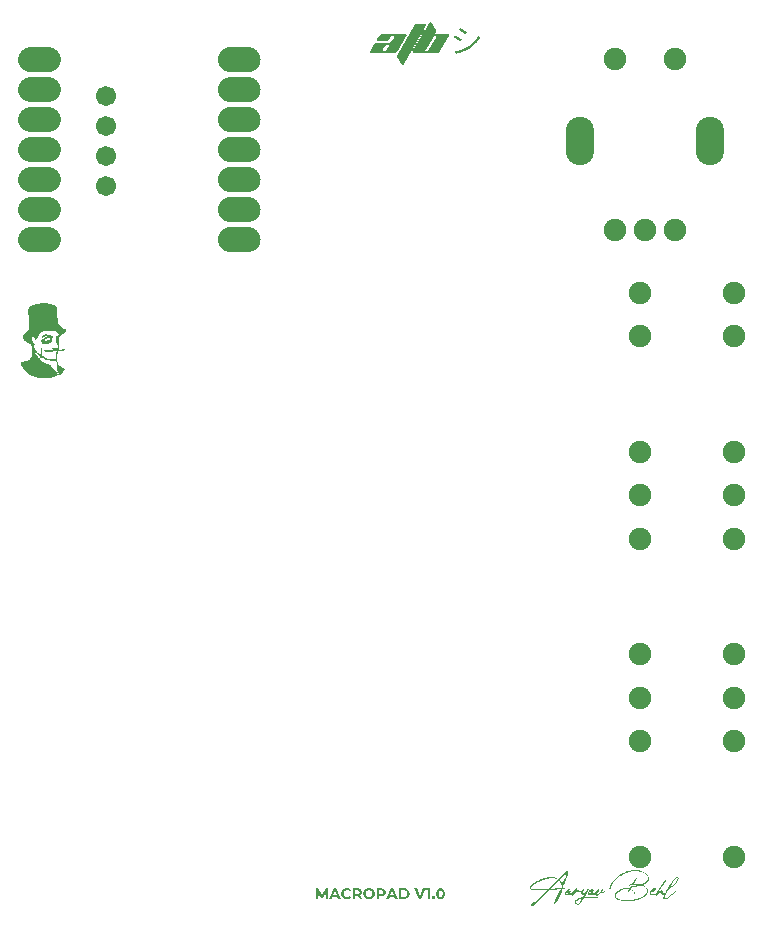
<source format=gts>
G04 Layer: TopSolderMaskLayer*
G04 EasyEDA v6.5.47, 2024-10-01 18:36:09*
G04 3ec955026bfb45a2a6d22a94ecb3f8fa,969951738f564c6b9e5867b4eeab67b3,10*
G04 Gerber Generator version 0.2*
G04 Scale: 100 percent, Rotated: No, Reflected: No *
G04 Dimensions in inches *
G04 leading zeros omitted , absolute positions ,3 integer and 6 decimal *
%FSLAX36Y36*%
%MOIN*%

%ADD10C,0.0749*%
%ADD11C,0.0670*%
%ADD12O,0.094551X0.16147999999999998*%

%LPD*%
G36*
X403340Y1275000D02*
G01*
X402520Y1274740D01*
X400160Y1274720D01*
X395260Y1274080D01*
X391220Y1273440D01*
X387500Y1272680D01*
X383940Y1271820D01*
X379739Y1270620D01*
X374580Y1268720D01*
X369900Y1266520D01*
X366120Y1264340D01*
X364080Y1262860D01*
X362620Y1261500D01*
X361640Y1260240D01*
X360800Y1258360D01*
X360280Y1256440D01*
X360080Y1251960D01*
X360460Y1245380D01*
X361060Y1228960D01*
X361480Y1198400D01*
X360900Y1185740D01*
X352280Y1180300D01*
X348680Y1177660D01*
X345140Y1174220D01*
X343840Y1172320D01*
X343080Y1170620D01*
X342500Y1168260D01*
X342500Y1162840D01*
X343183Y1159280D01*
X372180Y1159280D01*
X372600Y1161040D01*
X373940Y1162340D01*
X376160Y1163040D01*
X377780Y1162640D01*
X379380Y1161260D01*
X380900Y1159040D01*
X383280Y1154980D01*
X383920Y1154260D01*
X384300Y1154260D01*
X387840Y1157780D01*
X390780Y1160920D01*
X391820Y1162160D01*
X393519Y1164680D01*
X394799Y1167020D01*
X396840Y1171860D01*
X398120Y1174200D01*
X399500Y1175940D01*
X401079Y1177500D01*
X402040Y1178280D01*
X403020Y1178940D01*
X404960Y1179880D01*
X406880Y1180540D01*
X410439Y1181440D01*
X413680Y1182100D01*
X417380Y1182720D01*
X423440Y1183500D01*
X431760Y1184260D01*
X441780Y1184300D01*
X447280Y1183560D01*
X449219Y1183040D01*
X452800Y1181480D01*
X454880Y1179800D01*
X457140Y1177360D01*
X459280Y1175280D01*
X462400Y1172980D01*
X462920Y1172220D01*
X462320Y1171140D01*
X460840Y1169960D01*
X458240Y1168340D01*
X454700Y1166440D01*
X453360Y1165460D01*
X452640Y1164440D01*
X452020Y1162640D01*
X452040Y1154500D01*
X452660Y1150980D01*
X453800Y1147620D01*
X456540Y1140260D01*
X457480Y1136980D01*
X458160Y1133700D01*
X458500Y1131500D01*
X458880Y1127700D01*
X458500Y1126440D01*
X457939Y1126140D01*
X455220Y1125800D01*
X451480Y1125800D01*
X445660Y1126120D01*
X442600Y1126480D01*
X441380Y1127040D01*
X440420Y1127040D01*
X440420Y1125940D01*
X441280Y1124220D01*
X443220Y1122480D01*
X442600Y1122040D01*
X442180Y1122040D01*
X441620Y1121740D01*
X438560Y1120780D01*
X437900Y1120500D01*
X432420Y1118780D01*
X430640Y1118320D01*
X428380Y1117940D01*
X420300Y1118080D01*
X418260Y1118760D01*
X413840Y1120740D01*
X412480Y1121160D01*
X411980Y1120760D01*
X411980Y1119660D01*
X412700Y1118360D01*
X414000Y1116800D01*
X416820Y1114240D01*
X419159Y1112700D01*
X420460Y1112080D01*
X422560Y1111340D01*
X427560Y1111340D01*
X432740Y1112200D01*
X437900Y1113400D01*
X444860Y1116080D01*
X446460Y1116500D01*
X451280Y1116440D01*
X453900Y1116080D01*
X455360Y1115740D01*
X456240Y1115320D01*
X456760Y1114540D01*
X456360Y1113580D01*
X454900Y1112340D01*
X454600Y1112340D01*
X453740Y1111780D01*
X451440Y1111080D01*
X450720Y1110340D01*
X450880Y1108360D01*
X452160Y1103200D01*
X453020Y1099220D01*
X453020Y1096100D01*
X452720Y1095380D01*
X452320Y1093960D01*
X451060Y1091000D01*
X449980Y1089560D01*
X448500Y1088880D01*
X442100Y1088880D01*
X436780Y1088560D01*
X431280Y1088520D01*
X429820Y1088920D01*
X427660Y1089820D01*
X427480Y1089820D01*
X425460Y1091000D01*
X423200Y1092060D01*
X418540Y1093740D01*
X413180Y1096240D01*
X410600Y1097680D01*
X407040Y1099880D01*
X404840Y1101780D01*
X404560Y1102100D01*
X404360Y1103380D01*
X404720Y1108680D01*
X406980Y1130560D01*
X407939Y1144500D01*
X408200Y1145740D01*
X408600Y1146440D01*
X409219Y1146760D01*
X409880Y1146760D01*
X411079Y1144180D01*
X412280Y1142420D01*
X413320Y1141420D01*
X415120Y1140200D01*
X416560Y1138940D01*
X417660Y1138740D01*
X420300Y1138940D01*
X422400Y1139280D01*
X425800Y1140000D01*
X428420Y1140940D01*
X429660Y1141520D01*
X431280Y1142460D01*
X432580Y1143380D01*
X435340Y1146060D01*
X436280Y1147300D01*
X436480Y1147460D01*
X438420Y1150280D01*
X439080Y1151680D01*
X439440Y1153940D01*
X439440Y1159540D01*
X440020Y1160060D01*
X441100Y1160260D01*
X442920Y1161120D01*
X443700Y1161940D01*
X443840Y1163740D01*
X443480Y1165040D01*
X442620Y1166020D01*
X441460Y1166720D01*
X440160Y1167080D01*
X435160Y1167740D01*
X431760Y1168380D01*
X429180Y1169040D01*
X427239Y1169780D01*
X425540Y1170540D01*
X425400Y1170540D01*
X423280Y1171480D01*
X422860Y1171480D01*
X422560Y1171740D01*
X420360Y1172420D01*
X418220Y1172420D01*
X415280Y1171420D01*
X412860Y1170180D01*
X410439Y1168600D01*
X408519Y1167100D01*
X405540Y1164400D01*
X405000Y1163320D01*
X405220Y1162180D01*
X405880Y1160940D01*
X406340Y1160500D01*
X408180Y1161200D01*
X413180Y1163460D01*
X416580Y1164900D01*
X419540Y1165820D01*
X422400Y1165920D01*
X422400Y1165460D01*
X421100Y1164640D01*
X418360Y1163600D01*
X416360Y1162700D01*
X413920Y1160680D01*
X413920Y1160440D01*
X413000Y1159500D01*
X410360Y1155760D01*
X409640Y1154980D01*
X408920Y1154580D01*
X406420Y1154580D01*
X404640Y1154180D01*
X403620Y1153200D01*
X403220Y1151640D01*
X403415Y1150040D01*
X405800Y1150040D01*
X406320Y1151460D01*
X407040Y1151080D01*
X407780Y1150280D01*
X407780Y1149960D01*
X407400Y1149580D01*
X406200Y1149580D01*
X405800Y1150040D01*
X403415Y1150040D01*
X403709Y1147200D01*
X415540Y1147200D01*
X415540Y1149340D01*
X415980Y1151680D01*
X416320Y1152720D01*
X417140Y1154340D01*
X418620Y1156160D01*
X420780Y1157700D01*
X422460Y1158500D01*
X423860Y1158940D01*
X426220Y1158960D01*
X430160Y1158640D01*
X432819Y1158280D01*
X433380Y1157860D01*
X432480Y1157140D01*
X432020Y1156260D01*
X432000Y1154980D01*
X431580Y1153600D01*
X430840Y1153020D01*
X428960Y1153020D01*
X426520Y1152520D01*
X423320Y1151520D01*
X422200Y1151040D01*
X419540Y1149580D01*
X419400Y1149580D01*
X415540Y1147200D01*
X403709Y1147200D01*
X403960Y1144640D01*
X403960Y1131360D01*
X402600Y1120560D01*
X401019Y1110700D01*
X400360Y1107260D01*
X399960Y1105580D01*
X399560Y1105440D01*
X398820Y1105820D01*
X395600Y1108040D01*
X392660Y1110860D01*
X390480Y1113220D01*
X387480Y1116800D01*
X385480Y1119400D01*
X382900Y1123120D01*
X382080Y1124480D01*
X380340Y1127920D01*
X379340Y1131060D01*
X379340Y1134160D01*
X380080Y1135420D01*
X381040Y1135520D01*
X384440Y1134900D01*
X386460Y1134680D01*
X386460Y1135280D01*
X384920Y1136700D01*
X379099Y1141120D01*
X376420Y1143520D01*
X375200Y1145280D01*
X374540Y1146680D01*
X373880Y1148880D01*
X373220Y1151680D01*
X372580Y1155600D01*
X372180Y1159280D01*
X343183Y1159280D01*
X343840Y1157000D01*
X345100Y1154220D01*
X346019Y1152940D01*
X348080Y1150900D01*
X350500Y1149000D01*
X354940Y1146140D01*
X355100Y1146140D01*
X358900Y1144040D01*
X365660Y1140800D01*
X367500Y1139580D01*
X368080Y1138720D01*
X369380Y1136360D01*
X372900Y1130980D01*
X372929Y1115000D01*
X382540Y1115000D01*
X385980Y1112120D01*
X391060Y1107660D01*
X395780Y1103200D01*
X397740Y1100920D01*
X398400Y1099520D01*
X398400Y1097100D01*
X397580Y1094120D01*
X396680Y1091540D01*
X396460Y1091340D01*
X396460Y1090840D01*
X395720Y1089940D01*
X395100Y1090260D01*
X393620Y1091780D01*
X392000Y1093820D01*
X390720Y1095680D01*
X385560Y1106320D01*
X383440Y1110940D01*
X382239Y1113800D01*
X382040Y1115000D01*
X372929Y1115000D01*
X372939Y1109460D01*
X372540Y1106320D01*
X372040Y1104060D01*
X371659Y1102720D01*
X370560Y1099920D01*
X368320Y1095540D01*
X367400Y1094220D01*
X367400Y1094020D01*
X366040Y1092080D01*
X364420Y1090060D01*
X362180Y1087480D01*
X359600Y1085120D01*
X358220Y1084200D01*
X356160Y1083280D01*
X354739Y1082760D01*
X350500Y1081420D01*
X343320Y1079500D01*
X338720Y1078380D01*
X336620Y1077760D01*
X335800Y1077260D01*
X335240Y1076620D01*
X335000Y1075820D01*
X335000Y1070040D01*
X336220Y1067640D01*
X337920Y1065660D01*
X343080Y1059080D01*
X347260Y1054320D01*
X351120Y1050160D01*
X358740Y1042800D01*
X362620Y1039640D01*
X365500Y1037560D01*
X370379Y1034440D01*
X372680Y1033180D01*
X375300Y1031900D01*
X382000Y1029780D01*
X389120Y1027740D01*
X393480Y1026680D01*
X397040Y1026020D01*
X402040Y1025380D01*
X406079Y1025020D01*
X417879Y1025000D01*
X424340Y1025699D01*
X427900Y1026280D01*
X431280Y1027020D01*
X433620Y1027640D01*
X451599Y1034140D01*
X451880Y1034140D01*
X454780Y1035380D01*
X454960Y1035380D01*
X457299Y1036460D01*
X458500Y1037600D01*
X458500Y1038180D01*
X458120Y1039060D01*
X456840Y1041100D01*
X455340Y1043800D01*
X454099Y1045680D01*
X452299Y1048139D01*
X450140Y1050800D01*
X446380Y1055020D01*
X440160Y1061440D01*
X434840Y1067080D01*
X434020Y1067860D01*
X432100Y1069140D01*
X426599Y1071700D01*
X415940Y1076840D01*
X400319Y1085200D01*
X399680Y1086060D01*
X399680Y1088800D01*
X400420Y1091300D01*
X401420Y1093740D01*
X402680Y1096080D01*
X403720Y1096080D01*
X414680Y1088920D01*
X417720Y1087380D01*
X419980Y1086500D01*
X422239Y1085800D01*
X428940Y1084340D01*
X435800Y1083100D01*
X437520Y1082620D01*
X438020Y1082620D01*
X438880Y1082040D01*
X442920Y1081720D01*
X446280Y1081980D01*
X447280Y1082680D01*
X448700Y1084200D01*
X450080Y1085120D01*
X451040Y1085120D01*
X452000Y1084360D01*
X453320Y1081620D01*
X454180Y1079100D01*
X454580Y1077540D01*
X454940Y1075660D01*
X455280Y1071860D01*
X455300Y1062360D01*
X455520Y1052360D01*
X457860Y1047440D01*
X457860Y1047280D01*
X458800Y1045160D01*
X461220Y1038900D01*
X462100Y1037099D01*
X462960Y1036200D01*
X463920Y1036380D01*
X467500Y1038340D01*
X470379Y1040500D01*
X473600Y1043600D01*
X475880Y1046100D01*
X480220Y1051200D01*
X481740Y1053320D01*
X482420Y1054480D01*
X482420Y1055200D01*
X481360Y1056180D01*
X478940Y1057900D01*
X477800Y1058500D01*
X475060Y1060140D01*
X466659Y1064540D01*
X463760Y1066400D01*
X461460Y1068680D01*
X460439Y1070720D01*
X460439Y1071060D01*
X459820Y1072380D01*
X454960Y1086500D01*
X455260Y1088960D01*
X455600Y1093180D01*
X456420Y1101080D01*
X457060Y1106400D01*
X457879Y1110860D01*
X458459Y1112580D01*
X459219Y1114100D01*
X460040Y1114500D01*
X463600Y1114840D01*
X470379Y1115160D01*
X475100Y1115160D01*
X476100Y1115360D01*
X480080Y1119160D01*
X481760Y1121340D01*
X482420Y1122680D01*
X482239Y1122980D01*
X481540Y1122980D01*
X475880Y1121240D01*
X469900Y1119780D01*
X466820Y1119780D01*
X463000Y1121000D01*
X462239Y1121660D01*
X462540Y1124940D01*
X462700Y1134640D01*
X463040Y1142140D01*
X463400Y1147880D01*
X463000Y1150120D01*
X461040Y1156340D01*
X461000Y1159200D01*
X461480Y1160300D01*
X463340Y1163020D01*
X467140Y1167640D01*
X469880Y1170380D01*
X472480Y1172040D01*
X475360Y1173380D01*
X477180Y1174560D01*
X479180Y1176660D01*
X481719Y1180320D01*
X484020Y1183280D01*
X485000Y1185100D01*
X485000Y1187380D01*
X483860Y1188660D01*
X479840Y1190840D01*
X464880Y1198240D01*
X464500Y1198620D01*
X461760Y1205340D01*
X459960Y1210460D01*
X459020Y1213940D01*
X458120Y1218560D01*
X457220Y1224260D01*
X456580Y1229280D01*
X455780Y1236540D01*
X455240Y1244600D01*
X455360Y1255240D01*
X455920Y1256320D01*
X456300Y1258480D01*
X455880Y1260080D01*
X455280Y1261440D01*
X454159Y1263060D01*
X452939Y1264320D01*
X451320Y1265600D01*
X447860Y1267800D01*
X443240Y1270000D01*
X440319Y1271120D01*
X437020Y1272180D01*
X433780Y1273000D01*
X430520Y1273620D01*
X423700Y1274580D01*
X420300Y1274900D01*
G37*
G36*
X1422000Y-674400D02*
G01*
X1420000Y-674479D01*
X1418080Y-674720D01*
X1416240Y-675140D01*
X1414500Y-675699D01*
X1412800Y-676420D01*
X1411220Y-677300D01*
X1409760Y-678319D01*
X1408400Y-679500D01*
X1407220Y-680800D01*
X1406140Y-682200D01*
X1405220Y-683700D01*
X1404400Y-685300D01*
X1403779Y-686979D01*
X1403360Y-688760D01*
X1403080Y-690580D01*
X1403000Y-692500D01*
X1403080Y-694419D01*
X1403360Y-696240D01*
X1403779Y-698020D01*
X1404400Y-699700D01*
X1405220Y-701300D01*
X1406140Y-702800D01*
X1407220Y-704200D01*
X1408400Y-705500D01*
X1409760Y-706680D01*
X1411200Y-707700D01*
X1412740Y-708580D01*
X1414400Y-709300D01*
X1416180Y-709860D01*
X1418040Y-710280D01*
X1419980Y-710520D01*
X1422000Y-710600D01*
X1424240Y-710500D01*
X1426360Y-710200D01*
X1428340Y-709700D01*
X1430200Y-709000D01*
X1431980Y-708100D01*
X1433600Y-707020D01*
X1435080Y-705759D01*
X1436399Y-704300D01*
X1431200Y-699500D01*
X1430280Y-700480D01*
X1429300Y-701360D01*
X1428280Y-702080D01*
X1427200Y-702700D01*
X1426080Y-703139D01*
X1424900Y-703460D01*
X1423680Y-703640D01*
X1422400Y-703700D01*
X1420080Y-703500D01*
X1418959Y-703259D01*
X1417900Y-702900D01*
X1416940Y-702460D01*
X1416020Y-701919D01*
X1414400Y-700600D01*
X1413680Y-699820D01*
X1412480Y-698020D01*
X1412000Y-697000D01*
X1411639Y-695960D01*
X1411399Y-694880D01*
X1411200Y-692500D01*
X1411399Y-690120D01*
X1411639Y-689040D01*
X1412000Y-688000D01*
X1412480Y-686979D01*
X1413680Y-685180D01*
X1415180Y-683700D01*
X1416020Y-683080D01*
X1416940Y-682540D01*
X1417900Y-682099D01*
X1420080Y-681500D01*
X1421220Y-681340D01*
X1423680Y-681360D01*
X1424900Y-681540D01*
X1426080Y-681860D01*
X1427200Y-682300D01*
X1428280Y-682900D01*
X1429300Y-683620D01*
X1430280Y-684460D01*
X1431200Y-685400D01*
X1436399Y-680600D01*
X1435080Y-679180D01*
X1433600Y-677960D01*
X1431980Y-676880D01*
X1430200Y-676000D01*
X1428340Y-675300D01*
X1426360Y-674800D01*
X1424240Y-674500D01*
G37*
G36*
X1495600Y-674400D02*
G01*
X1493580Y-674479D01*
X1491639Y-674720D01*
X1489780Y-675140D01*
X1488000Y-675699D01*
X1486300Y-676460D01*
X1484720Y-677340D01*
X1483260Y-678360D01*
X1481900Y-679500D01*
X1480660Y-680800D01*
X1479580Y-682200D01*
X1478620Y-683700D01*
X1477800Y-685300D01*
X1477180Y-686979D01*
X1476759Y-688760D01*
X1476480Y-690580D01*
X1476399Y-692500D01*
X1484600Y-692500D01*
X1484800Y-690120D01*
X1485400Y-688000D01*
X1485880Y-686979D01*
X1487080Y-685180D01*
X1488580Y-683700D01*
X1490280Y-682540D01*
X1491200Y-682099D01*
X1493300Y-681500D01*
X1494420Y-681340D01*
X1495600Y-681300D01*
X1497820Y-681500D01*
X1498880Y-681740D01*
X1500860Y-682540D01*
X1501780Y-683080D01*
X1503400Y-684400D01*
X1504100Y-685180D01*
X1505260Y-686979D01*
X1505700Y-688000D01*
X1506300Y-690120D01*
X1506459Y-691280D01*
X1506440Y-693720D01*
X1506300Y-694880D01*
X1505700Y-697000D01*
X1505260Y-698020D01*
X1504100Y-699820D01*
X1503400Y-700600D01*
X1501780Y-701919D01*
X1500860Y-702460D01*
X1499900Y-702900D01*
X1497820Y-703500D01*
X1496740Y-703660D01*
X1494420Y-703640D01*
X1493300Y-703500D01*
X1492220Y-703259D01*
X1490240Y-702460D01*
X1489319Y-701919D01*
X1487700Y-700600D01*
X1486420Y-698940D01*
X1485400Y-697000D01*
X1484800Y-694820D01*
X1484600Y-692500D01*
X1476399Y-692500D01*
X1476480Y-694419D01*
X1476759Y-696240D01*
X1477180Y-698020D01*
X1477800Y-699700D01*
X1478620Y-701300D01*
X1479540Y-702800D01*
X1480620Y-704200D01*
X1481800Y-705500D01*
X1483160Y-706640D01*
X1484620Y-707660D01*
X1486200Y-708540D01*
X1487900Y-709300D01*
X1489740Y-709860D01*
X1491620Y-710280D01*
X1493580Y-710520D01*
X1495600Y-710600D01*
X1497620Y-710520D01*
X1499540Y-710280D01*
X1501420Y-709860D01*
X1503200Y-709300D01*
X1504880Y-708540D01*
X1506459Y-707660D01*
X1507880Y-706640D01*
X1509199Y-705500D01*
X1510440Y-704200D01*
X1511519Y-702800D01*
X1512480Y-701300D01*
X1513300Y-699700D01*
X1513920Y-698020D01*
X1514340Y-696240D01*
X1514620Y-694419D01*
X1514700Y-692500D01*
X1514620Y-690580D01*
X1514360Y-688740D01*
X1513920Y-686979D01*
X1513300Y-685300D01*
X1512480Y-683700D01*
X1511519Y-682200D01*
X1510440Y-680800D01*
X1509199Y-679500D01*
X1507880Y-678360D01*
X1506459Y-677340D01*
X1504880Y-676460D01*
X1503200Y-675699D01*
X1501420Y-675140D01*
X1499540Y-674720D01*
X1497620Y-674479D01*
G37*
G36*
X1734000Y-674400D02*
G01*
X1731900Y-674539D01*
X1729920Y-674920D01*
X1728060Y-675580D01*
X1726300Y-676500D01*
X1724680Y-677680D01*
X1723240Y-679100D01*
X1721980Y-680780D01*
X1720900Y-682700D01*
X1719480Y-687200D01*
X1719000Y-692500D01*
X1727200Y-692500D01*
X1727400Y-688940D01*
X1727660Y-687440D01*
X1728000Y-686100D01*
X1728480Y-684940D01*
X1729040Y-683920D01*
X1729680Y-683080D01*
X1730400Y-682400D01*
X1731220Y-681919D01*
X1732100Y-681580D01*
X1733020Y-681360D01*
X1734000Y-681300D01*
X1734960Y-681360D01*
X1735880Y-681580D01*
X1736720Y-681919D01*
X1737500Y-682400D01*
X1738240Y-683080D01*
X1738899Y-683920D01*
X1739440Y-684940D01*
X1739900Y-686100D01*
X1740300Y-687440D01*
X1740580Y-688960D01*
X1740740Y-690639D01*
X1740800Y-692500D01*
X1740740Y-694360D01*
X1740580Y-696060D01*
X1740300Y-697560D01*
X1739900Y-698900D01*
X1739440Y-700060D01*
X1738899Y-701080D01*
X1738240Y-701919D01*
X1737500Y-702600D01*
X1736720Y-703120D01*
X1735880Y-703500D01*
X1734960Y-703720D01*
X1734000Y-703800D01*
X1733020Y-703720D01*
X1732100Y-703500D01*
X1731220Y-703120D01*
X1730400Y-702600D01*
X1729680Y-701919D01*
X1729060Y-701080D01*
X1728480Y-700060D01*
X1728000Y-698900D01*
X1727660Y-697560D01*
X1727400Y-696040D01*
X1727200Y-692500D01*
X1719000Y-692500D01*
X1719480Y-697800D01*
X1720900Y-702300D01*
X1721980Y-704220D01*
X1723240Y-705900D01*
X1724680Y-707320D01*
X1726300Y-708500D01*
X1728060Y-709419D01*
X1729920Y-710080D01*
X1731900Y-710460D01*
X1734000Y-710600D01*
X1736100Y-710460D01*
X1738080Y-710080D01*
X1739940Y-709419D01*
X1741699Y-708500D01*
X1743300Y-707320D01*
X1744720Y-705900D01*
X1745960Y-704220D01*
X1747000Y-702300D01*
X1748500Y-697800D01*
X1749000Y-692500D01*
X1748500Y-687200D01*
X1747000Y-682700D01*
X1745960Y-680780D01*
X1744720Y-679100D01*
X1743300Y-677680D01*
X1741699Y-676500D01*
X1739940Y-675580D01*
X1738080Y-674920D01*
X1736100Y-674539D01*
G37*
G36*
X1319100Y-675000D02*
G01*
X1319100Y-710000D01*
X1326800Y-710000D01*
X1326800Y-689419D01*
X1337000Y-706300D01*
X1340700Y-706300D01*
X1350920Y-689100D01*
X1351000Y-710000D01*
X1358600Y-710000D01*
X1358500Y-675000D01*
X1351800Y-675000D01*
X1338940Y-696760D01*
X1325900Y-675000D01*
G37*
G36*
X1377900Y-675000D02*
G01*
X1368361Y-696400D01*
X1376279Y-696400D01*
X1381900Y-682940D01*
X1387460Y-696400D01*
X1368361Y-696400D01*
X1362300Y-710000D01*
X1370600Y-710000D01*
X1373740Y-702500D01*
X1390000Y-702500D01*
X1393100Y-710000D01*
X1401500Y-710000D01*
X1385900Y-675000D01*
G37*
G36*
X1441900Y-675000D02*
G01*
X1441900Y-681600D01*
X1456600Y-681600D01*
X1458340Y-681700D01*
X1459840Y-682000D01*
X1461140Y-682500D01*
X1462200Y-683199D01*
X1462980Y-684080D01*
X1463540Y-685120D01*
X1463880Y-686340D01*
X1464000Y-687700D01*
X1463880Y-689040D01*
X1463540Y-690220D01*
X1462980Y-691280D01*
X1462200Y-692200D01*
X1461140Y-692900D01*
X1459840Y-693400D01*
X1458340Y-693700D01*
X1456600Y-693800D01*
X1450000Y-693800D01*
X1450000Y-681600D01*
X1441900Y-681600D01*
X1441900Y-710000D01*
X1450000Y-710000D01*
X1450000Y-700300D01*
X1457440Y-700280D01*
X1464100Y-710000D01*
X1472900Y-710000D01*
X1465100Y-698800D01*
X1466699Y-697920D01*
X1468120Y-696900D01*
X1469360Y-695720D01*
X1470400Y-694400D01*
X1471180Y-692940D01*
X1471759Y-691320D01*
X1472080Y-689580D01*
X1472200Y-687700D01*
X1472080Y-685819D01*
X1471759Y-684060D01*
X1471180Y-682420D01*
X1470400Y-680900D01*
X1469360Y-679539D01*
X1468120Y-678360D01*
X1466699Y-677340D01*
X1465100Y-676500D01*
X1463320Y-675840D01*
X1461380Y-675380D01*
X1459259Y-675100D01*
X1457000Y-675000D01*
G37*
G36*
X1520800Y-675000D02*
G01*
X1520800Y-681600D01*
X1535500Y-681600D01*
X1537280Y-681700D01*
X1538800Y-682000D01*
X1540080Y-682500D01*
X1541100Y-683199D01*
X1541940Y-684080D01*
X1542520Y-685120D01*
X1542880Y-686340D01*
X1543000Y-687700D01*
X1542880Y-689040D01*
X1542520Y-690220D01*
X1541940Y-691280D01*
X1541100Y-692200D01*
X1540080Y-692900D01*
X1538800Y-693400D01*
X1537280Y-693700D01*
X1535500Y-693800D01*
X1528899Y-693800D01*
X1528899Y-681600D01*
X1520800Y-681600D01*
X1520800Y-710000D01*
X1528899Y-710000D01*
X1528899Y-700300D01*
X1536000Y-700300D01*
X1538260Y-700200D01*
X1540380Y-699920D01*
X1542320Y-699460D01*
X1544100Y-698800D01*
X1545700Y-697960D01*
X1547100Y-696979D01*
X1548300Y-695819D01*
X1549300Y-694500D01*
X1550140Y-692980D01*
X1550720Y-691360D01*
X1551080Y-689580D01*
X1551200Y-687700D01*
X1551080Y-685819D01*
X1550720Y-684060D01*
X1550140Y-682420D01*
X1549300Y-680900D01*
X1548300Y-679539D01*
X1547100Y-678360D01*
X1545700Y-677340D01*
X1544100Y-676500D01*
X1542320Y-675840D01*
X1540380Y-675380D01*
X1538260Y-675100D01*
X1536000Y-675000D01*
G37*
G36*
X1568400Y-675000D02*
G01*
X1558861Y-696400D01*
X1566780Y-696400D01*
X1572400Y-682940D01*
X1577960Y-696400D01*
X1558861Y-696400D01*
X1552800Y-710000D01*
X1561100Y-710000D01*
X1564240Y-702500D01*
X1580500Y-702500D01*
X1583600Y-710000D01*
X1592100Y-710000D01*
X1576399Y-675000D01*
G37*
G36*
X1595700Y-675000D02*
G01*
X1595700Y-681600D01*
X1611200Y-681600D01*
X1612900Y-681680D01*
X1614480Y-681940D01*
X1615940Y-682380D01*
X1617300Y-683000D01*
X1618520Y-683720D01*
X1619600Y-684580D01*
X1620520Y-685560D01*
X1621300Y-686700D01*
X1621920Y-687960D01*
X1622360Y-689340D01*
X1622620Y-690860D01*
X1622700Y-692500D01*
X1622620Y-694100D01*
X1622360Y-695580D01*
X1621920Y-696940D01*
X1621300Y-698199D01*
X1620520Y-699380D01*
X1619600Y-700400D01*
X1618520Y-701280D01*
X1617300Y-702000D01*
X1615940Y-702620D01*
X1614480Y-703060D01*
X1612900Y-703319D01*
X1611200Y-703400D01*
X1603800Y-703400D01*
X1603800Y-681600D01*
X1595700Y-681600D01*
X1595700Y-710000D01*
X1611600Y-710000D01*
X1616980Y-709460D01*
X1621699Y-707800D01*
X1623740Y-706640D01*
X1625560Y-705220D01*
X1627140Y-703580D01*
X1628500Y-701700D01*
X1629540Y-699659D01*
X1630300Y-697460D01*
X1630740Y-695060D01*
X1630900Y-692500D01*
X1630740Y-689940D01*
X1630300Y-687520D01*
X1629540Y-685280D01*
X1628500Y-683199D01*
X1627140Y-681360D01*
X1625560Y-679740D01*
X1623740Y-678360D01*
X1621699Y-677200D01*
X1616980Y-675540D01*
X1611600Y-675000D01*
G37*
G36*
X1646600Y-675000D02*
G01*
X1661699Y-710000D01*
X1669700Y-710000D01*
X1684700Y-675240D01*
X1684700Y-681500D01*
X1691600Y-681500D01*
X1691600Y-710000D01*
X1699800Y-710000D01*
X1699800Y-675000D01*
X1676800Y-675000D01*
X1665960Y-700060D01*
X1655300Y-675000D01*
G37*
G36*
X1710500Y-700699D02*
G01*
X1709540Y-700780D01*
X1708620Y-701020D01*
X1707780Y-701440D01*
X1707000Y-702000D01*
X1706380Y-702740D01*
X1705960Y-703580D01*
X1705680Y-704500D01*
X1705600Y-705500D01*
X1705680Y-706500D01*
X1705960Y-707420D01*
X1706380Y-708259D01*
X1707000Y-709000D01*
X1707780Y-709620D01*
X1708620Y-710040D01*
X1709540Y-710320D01*
X1710500Y-710400D01*
X1711459Y-710320D01*
X1712340Y-710060D01*
X1713160Y-709620D01*
X1713899Y-709000D01*
X1714520Y-708259D01*
X1714940Y-707420D01*
X1715220Y-706500D01*
X1715300Y-705500D01*
X1715220Y-704500D01*
X1714940Y-703580D01*
X1714520Y-702740D01*
X1713899Y-702000D01*
X1713160Y-701440D01*
X1712340Y-701020D01*
X1711459Y-700780D01*
G37*
G36*
X2381400Y-614160D02*
G01*
X2376480Y-614380D01*
X2371400Y-614940D01*
X2366180Y-615800D01*
X2360800Y-617000D01*
X2355400Y-618540D01*
X2350060Y-620380D01*
X2344820Y-622480D01*
X2339660Y-624900D01*
X2334600Y-627600D01*
X2329600Y-630600D01*
X2325500Y-633340D01*
X2321640Y-636240D01*
X2317980Y-639320D01*
X2314540Y-642560D01*
X2311300Y-646000D01*
X2308300Y-649599D01*
X2305540Y-653420D01*
X2304280Y-655380D01*
X2302060Y-659400D01*
X2300180Y-663580D01*
X2298660Y-667900D01*
X2297460Y-672400D01*
X2297000Y-674700D01*
X2297080Y-675220D01*
X2297400Y-675900D01*
X2297880Y-676580D01*
X2298500Y-677200D01*
X2299100Y-677560D01*
X2299700Y-677700D01*
X2300080Y-677560D01*
X2300300Y-677200D01*
X2300740Y-674940D01*
X2301900Y-670540D01*
X2302600Y-668400D01*
X2304280Y-664220D01*
X2306300Y-660200D01*
X2307440Y-658240D01*
X2310000Y-654440D01*
X2312860Y-650800D01*
X2315920Y-647320D01*
X2319200Y-644040D01*
X2322680Y-640920D01*
X2326380Y-637980D01*
X2330280Y-635220D01*
X2334760Y-632380D01*
X2339740Y-629580D01*
X2344800Y-627040D01*
X2349940Y-624800D01*
X2355160Y-622860D01*
X2360440Y-621220D01*
X2365760Y-619860D01*
X2370960Y-618840D01*
X2376000Y-618120D01*
X2380900Y-617740D01*
X2385660Y-617680D01*
X2387980Y-617760D01*
X2392500Y-618200D01*
X2397640Y-619100D01*
X2402320Y-620160D01*
X2406580Y-621420D01*
X2408560Y-622100D01*
X2412140Y-623620D01*
X2415300Y-625300D01*
X2416700Y-626200D01*
X2419240Y-628120D01*
X2421340Y-630160D01*
X2422960Y-632280D01*
X2424100Y-634500D01*
X2424820Y-636980D01*
X2425020Y-639480D01*
X2424740Y-642000D01*
X2424000Y-644599D01*
X2423000Y-646720D01*
X2421680Y-648740D01*
X2420040Y-650699D01*
X2418100Y-652600D01*
X2416300Y-654060D01*
X2412480Y-656720D01*
X2410480Y-657920D01*
X2406260Y-660040D01*
X2401800Y-661800D01*
X2397020Y-660819D01*
X2392260Y-660140D01*
X2387520Y-659740D01*
X2382800Y-659599D01*
X2378000Y-659700D01*
X2388400Y-642200D01*
X2388480Y-641740D01*
X2388400Y-641200D01*
X2388020Y-640600D01*
X2386900Y-639400D01*
X2386300Y-639100D01*
X2385760Y-639040D01*
X2385300Y-639200D01*
X2377480Y-647660D01*
X2377440Y-648120D01*
X2377620Y-648760D01*
X2378060Y-649440D01*
X2378800Y-650200D01*
X2372900Y-660100D01*
X2371800Y-660200D01*
X2367540Y-660980D01*
X2365820Y-661400D01*
X2364400Y-661900D01*
X2363300Y-662460D01*
X2362540Y-663100D01*
X2362140Y-663820D01*
X2362100Y-664599D01*
X2362200Y-664599D01*
X2362320Y-665060D01*
X2362687Y-665699D01*
X2365900Y-665699D01*
X2367000Y-665200D01*
X2368300Y-664760D01*
X2371900Y-664020D01*
X2376540Y-663439D01*
X2379160Y-663240D01*
X2384900Y-663100D01*
X2390140Y-663259D01*
X2395600Y-663700D01*
X2392760Y-664400D01*
X2387200Y-665460D01*
X2381900Y-666120D01*
X2376980Y-666400D01*
X2371820Y-666340D01*
X2369360Y-666200D01*
X2367380Y-665980D01*
X2365900Y-665699D01*
X2362687Y-665699D01*
X2363200Y-666400D01*
X2364040Y-667120D01*
X2365080Y-667740D01*
X2366300Y-668319D01*
X2367700Y-668800D01*
X2363700Y-675600D01*
X2361300Y-674860D01*
X2358880Y-674280D01*
X2356460Y-673840D01*
X2354040Y-673580D01*
X2351600Y-673500D01*
X2349180Y-673560D01*
X2346740Y-673800D01*
X2344300Y-674200D01*
X2341240Y-674920D01*
X2338320Y-675800D01*
X2335520Y-676820D01*
X2332840Y-678000D01*
X2330280Y-679340D01*
X2327860Y-680800D01*
X2325560Y-682440D01*
X2323400Y-684200D01*
X2321400Y-686060D01*
X2319680Y-687940D01*
X2318260Y-689880D01*
X2317100Y-691820D01*
X2316220Y-693800D01*
X2315640Y-695819D01*
X2315320Y-697840D01*
X2315300Y-699900D01*
X2315614Y-701900D01*
X2318600Y-701900D01*
X2318660Y-700040D01*
X2318980Y-698180D01*
X2319560Y-696360D01*
X2320380Y-694539D01*
X2321480Y-692740D01*
X2322840Y-690939D01*
X2324440Y-689160D01*
X2326300Y-687400D01*
X2328420Y-685680D01*
X2330660Y-684100D01*
X2333040Y-682660D01*
X2335520Y-681380D01*
X2338140Y-680260D01*
X2340860Y-679260D01*
X2343720Y-678400D01*
X2346700Y-677700D01*
X2348640Y-677380D01*
X2352540Y-677039D01*
X2356420Y-677140D01*
X2358360Y-677340D01*
X2360280Y-677660D01*
X2362200Y-678100D01*
X2357280Y-686420D01*
X2357280Y-686960D01*
X2357580Y-687660D01*
X2358060Y-688300D01*
X2358700Y-688880D01*
X2359300Y-689280D01*
X2359880Y-689460D01*
X2360340Y-689380D01*
X2366300Y-679400D01*
X2368580Y-680420D01*
X2370760Y-681640D01*
X2372860Y-683120D01*
X2374880Y-684800D01*
X2376800Y-686720D01*
X2378640Y-688860D01*
X2380420Y-691220D01*
X2382340Y-694160D01*
X2382940Y-694760D01*
X2383900Y-695380D01*
X2384500Y-695600D01*
X2384880Y-695380D01*
X2385100Y-695000D01*
X2385060Y-694479D01*
X2384700Y-693800D01*
X2382820Y-690879D01*
X2380880Y-688199D01*
X2378860Y-685780D01*
X2376760Y-683580D01*
X2374600Y-681620D01*
X2372360Y-679880D01*
X2370060Y-678379D01*
X2367700Y-677099D01*
X2372100Y-669599D01*
X2374280Y-669820D01*
X2379100Y-669900D01*
X2384160Y-669580D01*
X2389540Y-668900D01*
X2395240Y-667800D01*
X2399700Y-666700D01*
X2404100Y-665300D01*
X2407360Y-666240D01*
X2410400Y-667380D01*
X2413220Y-668740D01*
X2415800Y-670300D01*
X2418060Y-672140D01*
X2419840Y-674220D01*
X2421200Y-676520D01*
X2422100Y-679100D01*
X2422360Y-680960D01*
X2422380Y-682800D01*
X2422120Y-684640D01*
X2421600Y-686500D01*
X2420660Y-688540D01*
X2419460Y-690520D01*
X2418020Y-692480D01*
X2416360Y-694360D01*
X2414420Y-696200D01*
X2412260Y-697980D01*
X2409860Y-699720D01*
X2405320Y-702500D01*
X2401380Y-704580D01*
X2397220Y-706460D01*
X2392800Y-708180D01*
X2388140Y-709720D01*
X2383240Y-711080D01*
X2378480Y-712200D01*
X2374000Y-713080D01*
X2369520Y-713780D01*
X2365000Y-714320D01*
X2360460Y-714659D01*
X2355900Y-714800D01*
X2351300Y-714780D01*
X2346780Y-714539D01*
X2342380Y-714080D01*
X2338100Y-713379D01*
X2333940Y-712440D01*
X2329880Y-711280D01*
X2327900Y-710600D01*
X2323940Y-708760D01*
X2321080Y-706700D01*
X2319300Y-704419D01*
X2318600Y-701900D01*
X2315614Y-701900D01*
X2316380Y-704100D01*
X2317520Y-706020D01*
X2319040Y-707840D01*
X2320940Y-709539D01*
X2323240Y-711100D01*
X2325920Y-712560D01*
X2329000Y-713900D01*
X2333100Y-715220D01*
X2337340Y-716300D01*
X2341680Y-717159D01*
X2346140Y-717760D01*
X2350700Y-718139D01*
X2355400Y-718300D01*
X2360080Y-718259D01*
X2364740Y-718000D01*
X2369360Y-717580D01*
X2373960Y-716960D01*
X2378540Y-716160D01*
X2383100Y-715200D01*
X2388140Y-713860D01*
X2392960Y-712360D01*
X2397560Y-710699D01*
X2401940Y-708860D01*
X2406080Y-706860D01*
X2410000Y-704700D01*
X2412720Y-702980D01*
X2415200Y-701200D01*
X2417420Y-699360D01*
X2419380Y-697440D01*
X2421120Y-695500D01*
X2422580Y-693480D01*
X2423820Y-691420D01*
X2424800Y-689300D01*
X2425400Y-687180D01*
X2425680Y-685020D01*
X2425660Y-682840D01*
X2425300Y-680600D01*
X2424300Y-677580D01*
X2422960Y-674840D01*
X2421220Y-672380D01*
X2419100Y-670200D01*
X2416680Y-668280D01*
X2414060Y-666540D01*
X2411200Y-665020D01*
X2408100Y-663700D01*
X2411600Y-662080D01*
X2414920Y-660240D01*
X2418060Y-658139D01*
X2421000Y-655800D01*
X2423020Y-653820D01*
X2424740Y-651760D01*
X2426140Y-649620D01*
X2427200Y-647400D01*
X2428020Y-644460D01*
X2428280Y-641480D01*
X2427960Y-638460D01*
X2427100Y-635400D01*
X2426380Y-633760D01*
X2425480Y-632180D01*
X2424440Y-630620D01*
X2423220Y-629120D01*
X2421820Y-627640D01*
X2420280Y-626220D01*
X2418580Y-624840D01*
X2416700Y-623500D01*
X2413480Y-621540D01*
X2409820Y-619780D01*
X2405740Y-618200D01*
X2401200Y-616820D01*
X2396220Y-615660D01*
X2390800Y-614700D01*
X2386180Y-614260D01*
G37*
G36*
X2155600Y-615700D02*
G01*
X2154640Y-616280D01*
X2152800Y-617860D01*
X2150120Y-620380D01*
X2142660Y-627840D01*
X2127200Y-643700D01*
X2125440Y-642620D01*
X2123580Y-641660D01*
X2121660Y-640819D01*
X2119660Y-640100D01*
X2117600Y-639480D01*
X2115480Y-638960D01*
X2113300Y-638540D01*
X2111080Y-638220D01*
X2108800Y-638000D01*
X2104120Y-637840D01*
X2099300Y-638000D01*
X2094379Y-638500D01*
X2091879Y-638840D01*
X2086879Y-639760D01*
X2081879Y-640920D01*
X2076920Y-642320D01*
X2072000Y-643900D01*
X2067200Y-645660D01*
X2062540Y-647560D01*
X2058060Y-649580D01*
X2053800Y-651700D01*
X2049660Y-653920D01*
X2045820Y-656220D01*
X2042320Y-658560D01*
X2039199Y-660900D01*
X2036560Y-663180D01*
X2034400Y-665380D01*
X2032760Y-667500D01*
X2031699Y-669500D01*
X2031200Y-671420D01*
X2031360Y-673300D01*
X2031852Y-674380D01*
X2034340Y-674380D01*
X2034340Y-673880D01*
X2034800Y-672300D01*
X2035840Y-670420D01*
X2037440Y-668420D01*
X2039540Y-666300D01*
X2042100Y-664100D01*
X2045160Y-661820D01*
X2048580Y-659520D01*
X2052380Y-657220D01*
X2056500Y-655000D01*
X2060540Y-652980D01*
X2064780Y-651060D01*
X2069180Y-649220D01*
X2073700Y-647520D01*
X2078300Y-645960D01*
X2082980Y-644580D01*
X2087660Y-643400D01*
X2092340Y-642440D01*
X2097000Y-641720D01*
X2101560Y-641260D01*
X2106020Y-641080D01*
X2110340Y-641240D01*
X2112420Y-641420D01*
X2116460Y-642080D01*
X2120280Y-643120D01*
X2122080Y-643780D01*
X2123840Y-644539D01*
X2125500Y-645400D01*
X2124621Y-646300D01*
X2130600Y-646300D01*
X2149600Y-626940D01*
X2156300Y-620400D01*
X2157520Y-619340D01*
X2157800Y-619200D01*
X2157860Y-619440D01*
X2156460Y-622060D01*
X2155500Y-624600D01*
X2153700Y-630440D01*
X2150940Y-638240D01*
X2147100Y-648180D01*
X2140400Y-664599D01*
X2140080Y-662660D01*
X2139000Y-658800D01*
X2138280Y-656840D01*
X2137400Y-654920D01*
X2136380Y-653060D01*
X2135180Y-651260D01*
X2133840Y-649539D01*
X2132300Y-647880D01*
X2130600Y-646300D01*
X2124621Y-646300D01*
X2109900Y-661480D01*
X2094694Y-677000D01*
X2100700Y-677000D01*
X2129100Y-647800D01*
X2131740Y-650320D01*
X2133820Y-653120D01*
X2135380Y-656140D01*
X2136500Y-659400D01*
X2137080Y-662380D01*
X2137380Y-665440D01*
X2137400Y-668600D01*
X2137200Y-671800D01*
X2136200Y-673900D01*
X2120320Y-675460D01*
X2110840Y-676260D01*
X2100700Y-677000D01*
X2094694Y-677000D01*
X2094199Y-677500D01*
X2080960Y-678180D01*
X2068180Y-678580D01*
X2062180Y-678620D01*
X2056519Y-678540D01*
X2051279Y-678319D01*
X2046579Y-677960D01*
X2042460Y-677420D01*
X2039019Y-676720D01*
X2037580Y-676300D01*
X2036339Y-675819D01*
X2035320Y-675280D01*
X2034500Y-674700D01*
X2034340Y-674380D01*
X2031852Y-674380D01*
X2032180Y-675100D01*
X2033700Y-676800D01*
X2034540Y-677440D01*
X2035600Y-678020D01*
X2036819Y-678560D01*
X2039800Y-679479D01*
X2043420Y-680220D01*
X2047620Y-680800D01*
X2052320Y-681220D01*
X2057480Y-681520D01*
X2063000Y-681660D01*
X2074900Y-681640D01*
X2081140Y-681480D01*
X2090700Y-681100D01*
X2079840Y-692080D01*
X2071480Y-700400D01*
X2063620Y-708080D01*
X2056399Y-714920D01*
X2050040Y-720740D01*
X2045900Y-724300D01*
X2045900Y-723880D01*
X2045500Y-722840D01*
X2045100Y-722300D01*
X2044480Y-721720D01*
X2043860Y-721360D01*
X2043300Y-721240D01*
X2042900Y-721400D01*
X2041699Y-722480D01*
X2039199Y-725040D01*
X2036860Y-728100D01*
X2036100Y-730699D01*
X2036699Y-732220D01*
X2037560Y-733180D01*
X2038680Y-733620D01*
X2040000Y-733500D01*
X2040600Y-733300D01*
X2042140Y-732480D01*
X2044079Y-731160D01*
X2046440Y-729380D01*
X2049139Y-727159D01*
X2055520Y-721520D01*
X2063020Y-714539D01*
X2071380Y-706460D01*
X2080420Y-697540D01*
X2097100Y-680699D01*
X2109920Y-679860D01*
X2134400Y-677800D01*
X2129920Y-686880D01*
X2125600Y-695140D01*
X2118224Y-708500D01*
X2123000Y-708500D01*
X2126360Y-702420D01*
X2130000Y-695600D01*
X2128320Y-699060D01*
X2126580Y-702380D01*
X2124800Y-705540D01*
X2123000Y-708500D01*
X2118224Y-708500D01*
X2113920Y-716360D01*
X2112180Y-719940D01*
X2111660Y-721280D01*
X2111400Y-722340D01*
X2111400Y-723100D01*
X2111940Y-724440D01*
X2112680Y-725340D01*
X2113600Y-725759D01*
X2114700Y-725699D01*
X2115760Y-725060D01*
X2117340Y-723500D01*
X2119360Y-721120D01*
X2122840Y-716360D01*
X2125260Y-712720D01*
X2127740Y-708660D01*
X2130220Y-704240D01*
X2132620Y-699520D01*
X2134860Y-694560D01*
X2136600Y-690200D01*
X2137860Y-686520D01*
X2138920Y-682820D01*
X2139760Y-679080D01*
X2140100Y-677200D01*
X2150000Y-676200D01*
X2150360Y-675980D01*
X2150480Y-675540D01*
X2150380Y-674960D01*
X2150000Y-674300D01*
X2149480Y-673620D01*
X2148880Y-673080D01*
X2148280Y-672760D01*
X2147700Y-672700D01*
X2140900Y-673400D01*
X2143140Y-668460D01*
X2147960Y-656800D01*
X2152360Y-645639D01*
X2155680Y-636760D01*
X2157980Y-629920D01*
X2158800Y-627200D01*
X2159540Y-624040D01*
X2159940Y-621460D01*
X2159960Y-619420D01*
X2159680Y-617860D01*
X2159080Y-616740D01*
X2158180Y-616040D01*
X2157020Y-615700D01*
G37*
G36*
X2522640Y-636740D02*
G01*
X2521000Y-637000D01*
X2518500Y-638080D01*
X2515780Y-639920D01*
X2513060Y-642440D01*
X2509320Y-647020D01*
X2505380Y-652520D01*
X2499580Y-661080D01*
X2492160Y-672700D01*
X2497100Y-672700D01*
X2504900Y-660360D01*
X2513140Y-647940D01*
X2515820Y-644620D01*
X2518460Y-642159D01*
X2521040Y-640360D01*
X2523400Y-639300D01*
X2524700Y-639100D01*
X2524780Y-640220D01*
X2524520Y-641660D01*
X2523940Y-643420D01*
X2523000Y-645500D01*
X2522100Y-647140D01*
X2521000Y-648820D01*
X2518300Y-652360D01*
X2515100Y-656020D01*
X2511540Y-659700D01*
X2507800Y-663300D01*
X2504040Y-666740D01*
X2497100Y-672700D01*
X2492160Y-672700D01*
X2489520Y-677039D01*
X2486300Y-682600D01*
X2484040Y-686680D01*
X2481200Y-689060D01*
X2479120Y-690620D01*
X2477440Y-691720D01*
X2476180Y-692400D01*
X2475260Y-692740D01*
X2474680Y-692820D01*
X2474400Y-692700D01*
X2474200Y-685300D01*
X2473760Y-683240D01*
X2472900Y-681940D01*
X2471680Y-681320D01*
X2470180Y-681300D01*
X2468460Y-681780D01*
X2466560Y-682680D01*
X2464560Y-683920D01*
X2462500Y-685400D01*
X2484400Y-649900D01*
X2484500Y-649419D01*
X2484360Y-648820D01*
X2483980Y-648139D01*
X2483400Y-647500D01*
X2482780Y-647000D01*
X2482160Y-646720D01*
X2481640Y-646680D01*
X2481300Y-646900D01*
X2456420Y-687300D01*
X2454640Y-688600D01*
X2451220Y-690660D01*
X2447400Y-692520D01*
X2445460Y-693319D01*
X2443540Y-693980D01*
X2441700Y-694479D01*
X2439980Y-694820D01*
X2438400Y-694960D01*
X2437040Y-694860D01*
X2435940Y-694520D01*
X2435120Y-693900D01*
X2434620Y-692960D01*
X2434520Y-691700D01*
X2434820Y-690100D01*
X2435600Y-688100D01*
X2439100Y-687500D01*
X2442340Y-686580D01*
X2445900Y-685100D01*
X2447620Y-684020D01*
X2449140Y-682680D01*
X2450420Y-681180D01*
X2451400Y-679599D01*
X2452280Y-677480D01*
X2452400Y-676800D01*
X2452440Y-675879D01*
X2452240Y-674960D01*
X2451840Y-674060D01*
X2451200Y-673199D01*
X2450660Y-672660D01*
X2450080Y-672220D01*
X2449460Y-671900D01*
X2448800Y-671700D01*
X2447700Y-671800D01*
X2446120Y-672380D01*
X2444220Y-673360D01*
X2442100Y-674700D01*
X2440440Y-675980D01*
X2438780Y-677420D01*
X2435600Y-680600D01*
X2434200Y-682380D01*
X2433493Y-683500D01*
X2438800Y-683500D01*
X2440240Y-681960D01*
X2441780Y-680520D01*
X2444900Y-678000D01*
X2447000Y-676580D01*
X2448800Y-675600D01*
X2448300Y-676700D01*
X2447360Y-678139D01*
X2446180Y-679539D01*
X2444820Y-680800D01*
X2443300Y-681800D01*
X2440980Y-682760D01*
X2438800Y-683500D01*
X2433493Y-683500D01*
X2433040Y-684220D01*
X2432160Y-686120D01*
X2431600Y-688000D01*
X2431520Y-690900D01*
X2432380Y-693660D01*
X2434020Y-696020D01*
X2436300Y-697800D01*
X2438200Y-698480D01*
X2440380Y-698620D01*
X2442780Y-698300D01*
X2445300Y-697560D01*
X2447900Y-696500D01*
X2450480Y-695200D01*
X2452160Y-694200D01*
X2450800Y-696400D01*
X2450700Y-696880D01*
X2450860Y-697480D01*
X2451220Y-698160D01*
X2451800Y-698800D01*
X2452400Y-699300D01*
X2452980Y-699599D01*
X2453480Y-699680D01*
X2453800Y-699500D01*
X2458000Y-694880D01*
X2461880Y-690780D01*
X2465760Y-686880D01*
X2467440Y-685360D01*
X2468800Y-684280D01*
X2469720Y-683780D01*
X2470100Y-684000D01*
X2470260Y-689740D01*
X2470740Y-692500D01*
X2472000Y-694800D01*
X2472980Y-695480D01*
X2474240Y-695680D01*
X2475780Y-695400D01*
X2477640Y-694599D01*
X2479880Y-693259D01*
X2481180Y-692320D01*
X2479620Y-695620D01*
X2477820Y-700080D01*
X2477180Y-702080D01*
X2476700Y-703900D01*
X2476440Y-705520D01*
X2476400Y-706919D01*
X2476580Y-708080D01*
X2477000Y-709000D01*
X2478100Y-710240D01*
X2479440Y-711000D01*
X2480980Y-711360D01*
X2482640Y-711360D01*
X2484340Y-711100D01*
X2486040Y-710620D01*
X2487640Y-710000D01*
X2489100Y-709300D01*
X2491880Y-707640D01*
X2495640Y-705000D01*
X2500000Y-701720D01*
X2504580Y-698080D01*
X2509020Y-694360D01*
X2512900Y-690879D01*
X2515900Y-687920D01*
X2516940Y-686740D01*
X2517600Y-685800D01*
X2517620Y-685500D01*
X2517420Y-685080D01*
X2517040Y-684620D01*
X2516500Y-684200D01*
X2515980Y-683960D01*
X2515580Y-684020D01*
X2515100Y-684500D01*
X2514440Y-685420D01*
X2512100Y-687880D01*
X2508700Y-691000D01*
X2504600Y-694460D01*
X2500160Y-698020D01*
X2495760Y-701380D01*
X2491760Y-704260D01*
X2488520Y-706400D01*
X2487300Y-707099D01*
X2486040Y-707620D01*
X2484160Y-708180D01*
X2482300Y-708400D01*
X2481100Y-707900D01*
X2480880Y-706979D01*
X2480920Y-705720D01*
X2481220Y-704180D01*
X2481740Y-702340D01*
X2482460Y-700260D01*
X2483380Y-697940D01*
X2485760Y-692720D01*
X2488740Y-686919D01*
X2492200Y-680699D01*
X2492440Y-680740D01*
X2492800Y-680540D01*
X2496920Y-677280D01*
X2504620Y-670819D01*
X2509100Y-666820D01*
X2513640Y-662500D01*
X2517920Y-658080D01*
X2519900Y-655860D01*
X2521700Y-653680D01*
X2523320Y-651540D01*
X2524700Y-649479D01*
X2525800Y-647500D01*
X2526900Y-645140D01*
X2527520Y-643139D01*
X2527740Y-641500D01*
X2527600Y-640200D01*
X2527100Y-639100D01*
X2526360Y-638180D01*
X2525380Y-637480D01*
X2524200Y-637000D01*
X2523440Y-636780D01*
G37*
G36*
X2186340Y-673280D02*
G01*
X2186000Y-673500D01*
X2179200Y-684479D01*
X2173580Y-688840D01*
X2171120Y-690560D01*
X2168960Y-691880D01*
X2167400Y-692520D01*
X2166700Y-692200D01*
X2166540Y-690160D01*
X2166800Y-688379D01*
X2167600Y-685860D01*
X2167480Y-685320D01*
X2167160Y-684720D01*
X2166700Y-684100D01*
X2166040Y-683540D01*
X2165420Y-683220D01*
X2164880Y-683120D01*
X2164500Y-683300D01*
X2159520Y-688720D01*
X2157420Y-690800D01*
X2155340Y-692660D01*
X2153440Y-694120D01*
X2151900Y-694900D01*
X2152920Y-691640D01*
X2154380Y-688700D01*
X2156320Y-686060D01*
X2158800Y-683700D01*
X2160640Y-682500D01*
X2163080Y-681480D01*
X2165560Y-681080D01*
X2167500Y-681800D01*
X2167900Y-682460D01*
X2168460Y-683060D01*
X2169080Y-683520D01*
X2169700Y-683800D01*
X2170200Y-683800D01*
X2170500Y-683560D01*
X2170580Y-683060D01*
X2170400Y-682400D01*
X2169480Y-680500D01*
X2168060Y-679140D01*
X2166280Y-678280D01*
X2164260Y-677880D01*
X2162080Y-677940D01*
X2159900Y-678420D01*
X2157840Y-679280D01*
X2156000Y-680500D01*
X2154120Y-682240D01*
X2152420Y-684240D01*
X2150960Y-686360D01*
X2149800Y-688500D01*
X2149060Y-690440D01*
X2148820Y-691380D01*
X2148660Y-693400D01*
X2148860Y-694479D01*
X2149260Y-695500D01*
X2149900Y-696500D01*
X2150820Y-697360D01*
X2151900Y-698000D01*
X2153800Y-698040D01*
X2156120Y-696900D01*
X2158700Y-694940D01*
X2161400Y-692500D01*
X2161960Y-695520D01*
X2163640Y-697180D01*
X2166200Y-697500D01*
X2169400Y-696400D01*
X2170480Y-695780D01*
X2173700Y-693360D01*
X2171700Y-696600D01*
X2171600Y-697080D01*
X2171760Y-697680D01*
X2172120Y-698360D01*
X2172700Y-699000D01*
X2173320Y-699500D01*
X2173940Y-699780D01*
X2174460Y-699820D01*
X2174800Y-699599D01*
X2177860Y-694400D01*
X2180700Y-689800D01*
X2185340Y-686080D01*
X2188840Y-683900D01*
X2191100Y-683700D01*
X2192540Y-685320D01*
X2193760Y-686340D01*
X2195040Y-686940D01*
X2196700Y-687200D01*
X2198700Y-687140D01*
X2201300Y-686760D01*
X2203560Y-686280D01*
X2202800Y-688500D01*
X2202620Y-689539D01*
X2202600Y-690500D01*
X2202800Y-692000D01*
X2203400Y-693319D01*
X2204380Y-694460D01*
X2205700Y-695400D01*
X2206780Y-695860D01*
X2208000Y-696100D01*
X2209760Y-695840D01*
X2211820Y-694880D01*
X2214080Y-693379D01*
X2216400Y-691500D01*
X2209200Y-704100D01*
X2205460Y-704740D01*
X2202060Y-705480D01*
X2198980Y-706280D01*
X2196180Y-707159D01*
X2193700Y-708100D01*
X2191500Y-709100D01*
X2189560Y-710120D01*
X2187900Y-711200D01*
X2186100Y-712640D01*
X2184700Y-714120D01*
X2183680Y-715600D01*
X2183000Y-717099D01*
X2182680Y-718760D01*
X2182720Y-720420D01*
X2183105Y-721979D01*
X2185920Y-721979D01*
X2185940Y-720939D01*
X2186200Y-719800D01*
X2186800Y-718500D01*
X2187740Y-717159D01*
X2189020Y-715800D01*
X2190700Y-714500D01*
X2192020Y-713620D01*
X2193540Y-712760D01*
X2195240Y-711940D01*
X2199220Y-710400D01*
X2204000Y-709020D01*
X2206700Y-708400D01*
X2202380Y-715240D01*
X2200300Y-718259D01*
X2198340Y-720900D01*
X2196520Y-723100D01*
X2194880Y-724760D01*
X2193460Y-725819D01*
X2192300Y-726200D01*
X2190320Y-725960D01*
X2188640Y-725440D01*
X2187300Y-724659D01*
X2186400Y-723700D01*
X2186080Y-722900D01*
X2185920Y-721979D01*
X2183105Y-721979D01*
X2183800Y-723600D01*
X2185660Y-726020D01*
X2188120Y-727920D01*
X2191080Y-729200D01*
X2194400Y-729700D01*
X2195340Y-729479D01*
X2196420Y-728840D01*
X2197640Y-727820D01*
X2198980Y-726460D01*
X2200440Y-724780D01*
X2203560Y-720660D01*
X2206900Y-715740D01*
X2210320Y-710320D01*
X2212000Y-707500D01*
X2215520Y-707060D01*
X2219300Y-706700D01*
X2227700Y-706220D01*
X2232340Y-706120D01*
X2242500Y-706240D01*
X2253900Y-706820D01*
X2260100Y-707300D01*
X2260580Y-707180D01*
X2260780Y-706840D01*
X2260760Y-706320D01*
X2260500Y-705699D01*
X2260040Y-705000D01*
X2259460Y-704419D01*
X2258820Y-704000D01*
X2258200Y-703800D01*
X2251460Y-703280D01*
X2245080Y-702900D01*
X2239080Y-702680D01*
X2233440Y-702600D01*
X2228180Y-702640D01*
X2223240Y-702820D01*
X2218660Y-703100D01*
X2214400Y-703500D01*
X2218720Y-695780D01*
X2225600Y-682900D01*
X2227900Y-678900D01*
X2227980Y-678439D01*
X2227820Y-677860D01*
X2227440Y-677220D01*
X2226900Y-676600D01*
X2226240Y-676100D01*
X2225660Y-675819D01*
X2225180Y-675780D01*
X2224800Y-676000D01*
X2224740Y-676380D01*
X2224240Y-677400D01*
X2223320Y-678880D01*
X2222040Y-680680D01*
X2220500Y-682660D01*
X2218740Y-684740D01*
X2216820Y-686760D01*
X2214780Y-688620D01*
X2212720Y-690200D01*
X2210680Y-691360D01*
X2208720Y-692000D01*
X2206900Y-692000D01*
X2206580Y-691420D01*
X2206500Y-690500D01*
X2206560Y-689580D01*
X2206700Y-689000D01*
X2207900Y-686560D01*
X2209480Y-683920D01*
X2211440Y-681180D01*
X2213700Y-678400D01*
X2213860Y-677940D01*
X2213760Y-677360D01*
X2213420Y-676680D01*
X2212900Y-676000D01*
X2212280Y-675480D01*
X2211640Y-675160D01*
X2211100Y-675080D01*
X2210700Y-675300D01*
X2208420Y-678160D01*
X2206440Y-680980D01*
X2204660Y-683980D01*
X2202980Y-684419D01*
X2201000Y-684780D01*
X2199180Y-684980D01*
X2197600Y-685000D01*
X2196880Y-684560D01*
X2196500Y-683640D01*
X2196200Y-682540D01*
X2195700Y-681600D01*
X2193740Y-680440D01*
X2191120Y-680420D01*
X2188200Y-681200D01*
X2185400Y-682400D01*
X2189100Y-676500D01*
X2189200Y-676020D01*
X2189040Y-675420D01*
X2188680Y-674740D01*
X2188100Y-674100D01*
X2187480Y-673600D01*
X2186860Y-673319D01*
G37*
G36*
X2274500Y-676380D02*
G01*
X2274120Y-676420D01*
X2273800Y-676700D01*
X2273200Y-677600D01*
X2268800Y-683160D01*
X2264340Y-688220D01*
X2260080Y-692460D01*
X2258120Y-694200D01*
X2255520Y-696220D01*
X2254800Y-696500D01*
X2254380Y-696340D01*
X2254500Y-695600D01*
X2255440Y-693580D01*
X2258140Y-688940D01*
X2261000Y-684580D01*
X2263300Y-681300D01*
X2263420Y-680920D01*
X2263320Y-680400D01*
X2263040Y-679800D01*
X2262600Y-679200D01*
X2261860Y-678540D01*
X2260960Y-678020D01*
X2260120Y-677720D01*
X2259600Y-677800D01*
X2254300Y-683000D01*
X2254120Y-683340D01*
X2254160Y-683880D01*
X2254420Y-684520D01*
X2254620Y-684780D01*
X2249380Y-688840D01*
X2246920Y-690560D01*
X2244760Y-691880D01*
X2243200Y-692520D01*
X2242500Y-692200D01*
X2242340Y-690160D01*
X2242600Y-688379D01*
X2243400Y-685860D01*
X2243280Y-685320D01*
X2242960Y-684720D01*
X2242500Y-684100D01*
X2241840Y-683540D01*
X2241220Y-683220D01*
X2240680Y-683120D01*
X2240300Y-683300D01*
X2235320Y-688720D01*
X2233220Y-690800D01*
X2231140Y-692660D01*
X2229240Y-694120D01*
X2227700Y-694900D01*
X2228720Y-691640D01*
X2230180Y-688700D01*
X2232120Y-686060D01*
X2234600Y-683700D01*
X2236440Y-682500D01*
X2238880Y-681480D01*
X2241360Y-681080D01*
X2243300Y-681800D01*
X2243700Y-682460D01*
X2244260Y-683060D01*
X2244880Y-683520D01*
X2245500Y-683800D01*
X2246000Y-683800D01*
X2246300Y-683560D01*
X2246380Y-683060D01*
X2246200Y-682400D01*
X2245280Y-680500D01*
X2243860Y-679140D01*
X2242080Y-678280D01*
X2240060Y-677880D01*
X2237880Y-677940D01*
X2235700Y-678420D01*
X2233640Y-679280D01*
X2231800Y-680500D01*
X2229920Y-682240D01*
X2228220Y-684240D01*
X2226760Y-686360D01*
X2225600Y-688500D01*
X2224860Y-690440D01*
X2224620Y-691380D01*
X2224460Y-693400D01*
X2224660Y-694479D01*
X2225060Y-695500D01*
X2225700Y-696500D01*
X2226620Y-697360D01*
X2227700Y-698000D01*
X2229600Y-698040D01*
X2231920Y-696900D01*
X2234500Y-694940D01*
X2237200Y-692500D01*
X2237760Y-695520D01*
X2239440Y-697180D01*
X2242000Y-697500D01*
X2245200Y-696400D01*
X2246280Y-695780D01*
X2248820Y-693920D01*
X2251480Y-691720D01*
X2250560Y-694140D01*
X2250400Y-696200D01*
X2250700Y-697180D01*
X2251300Y-698100D01*
X2252260Y-698940D01*
X2253300Y-699419D01*
X2254420Y-699520D01*
X2255600Y-699300D01*
X2257320Y-698420D01*
X2259400Y-697000D01*
X2261700Y-695260D01*
X2264200Y-693100D01*
X2266860Y-690560D01*
X2269600Y-687700D01*
X2271100Y-689580D01*
X2272940Y-690180D01*
X2275000Y-689920D01*
X2277120Y-689120D01*
X2279100Y-688040D01*
X2280760Y-686919D01*
X2282300Y-685699D01*
X2282520Y-685360D01*
X2282560Y-684940D01*
X2282360Y-684419D01*
X2281900Y-683800D01*
X2281240Y-683480D01*
X2280540Y-683660D01*
X2277140Y-685980D01*
X2275060Y-686919D01*
X2273560Y-687340D01*
X2273000Y-687400D01*
X2273620Y-685380D01*
X2275000Y-683000D01*
X2277000Y-680100D01*
X2277060Y-679580D01*
X2276740Y-678740D01*
X2276180Y-677860D01*
X2274960Y-676580D01*
G37*
G36*
X1700100Y2213700D02*
G01*
X1699120Y2213500D01*
X1698160Y2212920D01*
X1697220Y2211960D01*
X1696300Y2210600D01*
X1680840Y2183840D01*
X1680460Y2183880D01*
X1679420Y2184400D01*
X1678800Y2185280D01*
X1678600Y2186500D01*
X1678640Y2187160D01*
X1679040Y2188620D01*
X1679400Y2189400D01*
X1686399Y2201440D01*
X1686680Y2202160D01*
X1686900Y2203500D01*
X1686699Y2204760D01*
X1686100Y2205680D01*
X1685100Y2206220D01*
X1683700Y2206400D01*
X1655300Y2206400D01*
X1654120Y2206300D01*
X1652900Y2205980D01*
X1651620Y2205440D01*
X1650300Y2204700D01*
X1649040Y2203840D01*
X1647960Y2202900D01*
X1647040Y2201860D01*
X1646300Y2200700D01*
X1591500Y2105700D01*
X1590760Y2104220D01*
X1590220Y2102680D01*
X1589900Y2101060D01*
X1589800Y2099400D01*
X1589840Y2098540D01*
X1590200Y2097040D01*
X1590500Y2096399D01*
X1606100Y2069800D01*
X1606459Y2069319D01*
X1606879Y2068980D01*
X1607320Y2068760D01*
X1607800Y2068700D01*
X1608779Y2068880D01*
X1609740Y2069460D01*
X1610680Y2070380D01*
X1611600Y2071699D01*
X1669600Y2172400D01*
X1670380Y2173520D01*
X1671300Y2174540D01*
X1672380Y2175520D01*
X1673600Y2176400D01*
X1674880Y2177100D01*
X1676140Y2177600D01*
X1677420Y2177900D01*
X1643116Y2118500D01*
X1683500Y2118500D01*
X1683560Y2119160D01*
X1684060Y2120560D01*
X1707400Y2161000D01*
X1708140Y2162160D01*
X1709040Y2163200D01*
X1710140Y2164140D01*
X1711399Y2165000D01*
X1712680Y2165740D01*
X1713920Y2166280D01*
X1715140Y2166600D01*
X1716300Y2166700D01*
X1717740Y2166520D01*
X1718779Y2166000D01*
X1719400Y2165120D01*
X1719600Y2163900D01*
X1719379Y2162520D01*
X1718700Y2161000D01*
X1695800Y2121300D01*
X1695020Y2120180D01*
X1694100Y2119140D01*
X1693020Y2118180D01*
X1691800Y2117300D01*
X1690520Y2116600D01*
X1689280Y2116100D01*
X1688060Y2115800D01*
X1686900Y2115700D01*
X1685420Y2115880D01*
X1684340Y2116400D01*
X1683720Y2117280D01*
X1683500Y2118500D01*
X1643116Y2118500D01*
X1641500Y2115700D01*
X1640900Y2114180D01*
X1640740Y2113460D01*
X1640700Y2112800D01*
X1640900Y2111580D01*
X1641500Y2110700D01*
X1642500Y2110180D01*
X1643899Y2110000D01*
X1723200Y2110000D01*
X1724420Y2110100D01*
X1725660Y2110420D01*
X1726920Y2110960D01*
X1729460Y2112540D01*
X1730560Y2113500D01*
X1731459Y2114540D01*
X1732200Y2115700D01*
X1762040Y2167440D01*
X1762360Y2168160D01*
X1762540Y2168840D01*
X1762600Y2169500D01*
X1762400Y2170760D01*
X1761780Y2171680D01*
X1760740Y2172220D01*
X1759300Y2172400D01*
X1719600Y2172400D01*
X1718060Y2172560D01*
X1716980Y2173080D01*
X1716320Y2173920D01*
X1716100Y2175100D01*
X1716260Y2176140D01*
X1716699Y2177300D01*
X1717320Y2178580D01*
X1717760Y2179920D01*
X1718020Y2181340D01*
X1718100Y2182800D01*
X1718060Y2183740D01*
X1717920Y2184580D01*
X1717700Y2185300D01*
X1701380Y2213080D01*
X1701000Y2213420D01*
X1700580Y2213640D01*
G37*
G36*
X1538700Y2172400D02*
G01*
X1537520Y2172300D01*
X1536300Y2171980D01*
X1535020Y2171440D01*
X1533700Y2170700D01*
X1532480Y2169840D01*
X1531420Y2168900D01*
X1530540Y2167840D01*
X1523100Y2155400D01*
X1522500Y2153880D01*
X1522340Y2153160D01*
X1522300Y2152500D01*
X1522500Y2151280D01*
X1523120Y2150400D01*
X1524160Y2149880D01*
X1525600Y2149700D01*
X1554000Y2149700D01*
X1555140Y2149800D01*
X1556320Y2150100D01*
X1557580Y2150600D01*
X1558899Y2151300D01*
X1560120Y2152200D01*
X1561180Y2153180D01*
X1562060Y2154240D01*
X1566100Y2161000D01*
X1566920Y2162160D01*
X1567880Y2163200D01*
X1568959Y2164140D01*
X1570200Y2165000D01*
X1571480Y2165740D01*
X1572720Y2166280D01*
X1573940Y2166600D01*
X1575100Y2166700D01*
X1576500Y2166520D01*
X1577500Y2166000D01*
X1578100Y2165120D01*
X1578300Y2163900D01*
X1578100Y2162520D01*
X1577500Y2161000D01*
X1571000Y2149700D01*
X1570220Y2148560D01*
X1569300Y2147500D01*
X1568220Y2146560D01*
X1567000Y2145700D01*
X1565720Y2144960D01*
X1564440Y2144420D01*
X1563220Y2144100D01*
X1562000Y2144000D01*
X1522300Y2144000D01*
X1521140Y2143900D01*
X1519920Y2143600D01*
X1518680Y2143100D01*
X1517400Y2142400D01*
X1516160Y2141500D01*
X1515080Y2140520D01*
X1514120Y2139460D01*
X1513300Y2138300D01*
X1501823Y2118500D01*
X1542400Y2118500D01*
X1542440Y2119160D01*
X1542840Y2120560D01*
X1543200Y2121300D01*
X1549800Y2132700D01*
X1550540Y2133820D01*
X1551420Y2134860D01*
X1552480Y2135820D01*
X1553700Y2136700D01*
X1554980Y2137400D01*
X1556260Y2137900D01*
X1557480Y2138200D01*
X1558700Y2138300D01*
X1560140Y2138120D01*
X1561180Y2137600D01*
X1561800Y2136720D01*
X1562000Y2135500D01*
X1561800Y2134140D01*
X1561200Y2132700D01*
X1554600Y2121300D01*
X1553860Y2120180D01*
X1552960Y2119140D01*
X1551860Y2118180D01*
X1550600Y2117300D01*
X1549319Y2116600D01*
X1548060Y2116100D01*
X1546819Y2115800D01*
X1545600Y2115700D01*
X1544199Y2115880D01*
X1543200Y2116400D01*
X1542600Y2117280D01*
X1542400Y2118500D01*
X1501823Y2118500D01*
X1500200Y2115700D01*
X1499600Y2114180D01*
X1499440Y2113460D01*
X1499400Y2112800D01*
X1499600Y2111580D01*
X1500220Y2110700D01*
X1501260Y2110180D01*
X1502700Y2110000D01*
X1582100Y2110000D01*
X1583240Y2110100D01*
X1584420Y2110420D01*
X1585680Y2110960D01*
X1587000Y2111700D01*
X1588220Y2112540D01*
X1589280Y2113500D01*
X1590160Y2114540D01*
X1590900Y2115700D01*
X1620500Y2166700D01*
X1620860Y2167440D01*
X1621260Y2168840D01*
X1621300Y2169500D01*
X1621100Y2170760D01*
X1620500Y2171680D01*
X1619500Y2172220D01*
X1618100Y2172400D01*
G37*
G36*
X1797900Y2194000D02*
G01*
X1793600Y2187400D01*
X1797160Y2185280D01*
X1805740Y2179740D01*
X1813940Y2174100D01*
X1817000Y2171800D01*
X1821600Y2178500D01*
X1814840Y2183260D01*
X1805860Y2189180D01*
X1801560Y2191880D01*
G37*
G36*
X1781500Y2169400D02*
G01*
X1777100Y2162700D01*
X1780760Y2160720D01*
X1784980Y2158220D01*
X1793820Y2152580D01*
X1797740Y2149940D01*
X1800900Y2147700D01*
X1805400Y2154700D01*
X1802440Y2156700D01*
X1794040Y2161980D01*
X1785140Y2167320D01*
G37*
G36*
X1860400Y2168300D02*
G01*
X1858060Y2164480D01*
X1855500Y2160700D01*
X1852740Y2157000D01*
X1849760Y2153380D01*
X1846560Y2149820D01*
X1843180Y2146380D01*
X1839600Y2143020D01*
X1835820Y2139800D01*
X1831860Y2136680D01*
X1827720Y2133720D01*
X1823400Y2130880D01*
X1818899Y2128200D01*
X1814660Y2125920D01*
X1810200Y2123820D01*
X1805600Y2121900D01*
X1800880Y2120180D01*
X1796140Y2118640D01*
X1791399Y2117320D01*
X1786740Y2116200D01*
X1782200Y2115300D01*
X1786699Y2107400D01*
X1790740Y2108340D01*
X1795120Y2109540D01*
X1799780Y2110960D01*
X1804560Y2112580D01*
X1809400Y2114420D01*
X1814160Y2116440D01*
X1818760Y2118640D01*
X1823100Y2121000D01*
X1827420Y2123660D01*
X1831639Y2126460D01*
X1835720Y2129420D01*
X1839680Y2132500D01*
X1843480Y2135700D01*
X1847140Y2139000D01*
X1850620Y2142400D01*
X1853920Y2145860D01*
X1857040Y2149400D01*
X1859940Y2153000D01*
X1862640Y2156640D01*
X1865100Y2160300D01*
G37*
G36*
X367460Y2046354D02*
G01*
X367409Y2046356D01*
X365448Y2046404D01*
X365349Y2046410D01*
X363391Y2046556D01*
X363292Y2046567D01*
X361345Y2046810D01*
X361248Y2046824D01*
X359315Y2047165D01*
X359218Y2047184D01*
X357305Y2047622D01*
X357208Y2047647D01*
X355320Y2048177D01*
X355223Y2048207D01*
X353364Y2048832D01*
X353270Y2048865D01*
X351444Y2049582D01*
X351352Y2049621D01*
X349564Y2050428D01*
X349475Y2050471D01*
X347728Y2051367D01*
X347640Y2051415D01*
X345942Y2052395D01*
X345857Y2052447D01*
X344207Y2053512D01*
X344126Y2053569D01*
X342532Y2054713D01*
X342453Y2054774D01*
X340918Y2055997D01*
X340842Y2056060D01*
X339371Y2057359D01*
X339297Y2057428D01*
X337894Y2058798D01*
X337824Y2058868D01*
X336489Y2060308D01*
X336424Y2060383D01*
X335162Y2061885D01*
X335100Y2061963D01*
X333915Y2063526D01*
X333856Y2063607D01*
X332752Y2065228D01*
X332698Y2065313D01*
X331675Y2066986D01*
X331624Y2067073D01*
X330686Y2068796D01*
X330641Y2068885D01*
X329789Y2070653D01*
X329749Y2070743D01*
X328987Y2072552D01*
X328951Y2072645D01*
X328279Y2074488D01*
X328247Y2074583D01*
X327669Y2076457D01*
X327642Y2076554D01*
X327159Y2078456D01*
X327136Y2078551D01*
X326747Y2080475D01*
X326729Y2080572D01*
X326437Y2082512D01*
X326424Y2082613D01*
X326230Y2084564D01*
X326221Y2084663D01*
X326123Y2086624D01*
X326122Y2086723D01*
X326122Y2088685D01*
X326123Y2088786D01*
X326221Y2090745D01*
X326230Y2090844D01*
X326424Y2092797D01*
X326437Y2092896D01*
X326729Y2094837D01*
X326747Y2094935D01*
X327136Y2096858D01*
X327159Y2096954D01*
X327642Y2098856D01*
X327669Y2098951D01*
X328247Y2100826D01*
X328279Y2100920D01*
X328951Y2102764D01*
X328987Y2102858D01*
X329749Y2104666D01*
X329789Y2104756D01*
X330641Y2106525D01*
X330686Y2106613D01*
X331624Y2108335D01*
X331675Y2108422D01*
X332698Y2110097D01*
X332752Y2110180D01*
X333856Y2111801D01*
X333915Y2111882D01*
X335100Y2113447D01*
X335162Y2113524D01*
X336424Y2115027D01*
X336489Y2115102D01*
X337824Y2116541D01*
X337894Y2116612D01*
X339297Y2117982D01*
X339371Y2118051D01*
X340842Y2119349D01*
X340918Y2119412D01*
X342453Y2120635D01*
X342532Y2120695D01*
X344126Y2121840D01*
X344207Y2121896D01*
X345857Y2122962D01*
X345942Y2123013D01*
X347640Y2123995D01*
X347728Y2124043D01*
X349475Y2124938D01*
X349564Y2124980D01*
X351352Y2125787D01*
X351444Y2125826D01*
X353270Y2126543D01*
X353364Y2126577D01*
X355223Y2127202D01*
X355320Y2127231D01*
X357208Y2127763D01*
X357305Y2127788D01*
X359218Y2128225D01*
X359315Y2128245D01*
X361248Y2128584D01*
X361345Y2128598D01*
X363292Y2128843D01*
X363391Y2128852D01*
X365349Y2129000D01*
X365448Y2129005D01*
X367409Y2129054D01*
X367460Y2129054D01*
X426556Y2129054D01*
X426606Y2129054D01*
X428566Y2129005D01*
X428667Y2129000D01*
X430623Y2128852D01*
X430722Y2128843D01*
X432669Y2128598D01*
X432768Y2128584D01*
X434699Y2128245D01*
X434798Y2128225D01*
X436711Y2127788D01*
X436806Y2127763D01*
X438695Y2127231D01*
X438791Y2127202D01*
X440650Y2126577D01*
X440745Y2126543D01*
X442572Y2125826D01*
X442663Y2125787D01*
X444452Y2124980D01*
X444540Y2124938D01*
X446287Y2124043D01*
X446374Y2123995D01*
X448074Y2123013D01*
X448159Y2122962D01*
X449807Y2121896D01*
X449890Y2121840D01*
X451482Y2120695D01*
X451563Y2120635D01*
X453096Y2119412D01*
X453173Y2119349D01*
X454643Y2118051D01*
X454717Y2117982D01*
X456122Y2116612D01*
X456190Y2116541D01*
X457525Y2115102D01*
X457591Y2115027D01*
X458852Y2113524D01*
X458915Y2113447D01*
X460100Y2111882D01*
X460158Y2111801D01*
X461264Y2110180D01*
X461318Y2110097D01*
X462341Y2108422D01*
X462390Y2108335D01*
X463328Y2106613D01*
X463373Y2106525D01*
X464225Y2104756D01*
X464266Y2104666D01*
X465028Y2102858D01*
X465064Y2102764D01*
X465736Y2100920D01*
X465767Y2100826D01*
X466345Y2098951D01*
X466372Y2098856D01*
X466857Y2096954D01*
X466878Y2096858D01*
X467267Y2094935D01*
X467285Y2094837D01*
X467579Y2092896D01*
X467591Y2092797D01*
X467786Y2090844D01*
X467793Y2090745D01*
X467892Y2088786D01*
X467894Y2088685D01*
X467894Y2086723D01*
X467892Y2086624D01*
X467793Y2084663D01*
X467786Y2084564D01*
X467591Y2082613D01*
X467579Y2082512D01*
X467285Y2080572D01*
X467267Y2080475D01*
X466878Y2078551D01*
X466857Y2078456D01*
X466372Y2076554D01*
X466345Y2076457D01*
X465767Y2074583D01*
X465736Y2074488D01*
X465064Y2072645D01*
X465028Y2072552D01*
X464266Y2070743D01*
X464225Y2070653D01*
X463373Y2068885D01*
X463328Y2068796D01*
X462390Y2067073D01*
X462341Y2066986D01*
X461318Y2065313D01*
X461264Y2065228D01*
X460158Y2063607D01*
X460100Y2063526D01*
X458915Y2061963D01*
X458852Y2061885D01*
X457591Y2060383D01*
X457525Y2060308D01*
X456190Y2058868D01*
X456122Y2058798D01*
X454717Y2057428D01*
X454643Y2057359D01*
X453173Y2056060D01*
X453096Y2055997D01*
X451563Y2054774D01*
X451482Y2054713D01*
X449890Y2053569D01*
X449807Y2053512D01*
X448159Y2052447D01*
X448074Y2052395D01*
X446374Y2051415D01*
X446287Y2051367D01*
X444540Y2050471D01*
X444452Y2050428D01*
X442663Y2049621D01*
X442572Y2049582D01*
X440745Y2048865D01*
X440650Y2048832D01*
X438791Y2048207D01*
X438695Y2048177D01*
X436806Y2047647D01*
X436711Y2047622D01*
X434798Y2047184D01*
X434699Y2047165D01*
X432768Y2046824D01*
X432669Y2046810D01*
X430722Y2046567D01*
X430623Y2046556D01*
X428667Y2046410D01*
X428566Y2046404D01*
X426606Y2046356D01*
X426556Y2046354D01*
G37*
G36*
X1033443Y2046354D02*
G01*
X1033393Y2046356D01*
X1031432Y2046404D01*
X1031333Y2046410D01*
X1029376Y2046556D01*
X1029277Y2046567D01*
X1027330Y2046810D01*
X1027232Y2046824D01*
X1025299Y2047165D01*
X1025201Y2047184D01*
X1023289Y2047622D01*
X1023193Y2047647D01*
X1021304Y2048177D01*
X1021207Y2048207D01*
X1019349Y2048832D01*
X1019255Y2048865D01*
X1017427Y2049582D01*
X1017335Y2049621D01*
X1015547Y2050428D01*
X1015459Y2050471D01*
X1013712Y2051367D01*
X1013625Y2051415D01*
X1011926Y2052395D01*
X1011841Y2052447D01*
X1010191Y2053512D01*
X1010110Y2053569D01*
X1008517Y2054713D01*
X1008437Y2054774D01*
X1006903Y2055997D01*
X1006827Y2056060D01*
X1005356Y2057359D01*
X1005281Y2057428D01*
X1003878Y2058798D01*
X1003809Y2058868D01*
X1002474Y2060308D01*
X1002407Y2060383D01*
X1001147Y2061885D01*
X1001085Y2061963D01*
X999899Y2063526D01*
X999840Y2063607D01*
X998735Y2065228D01*
X998681Y2065313D01*
X997659Y2066986D01*
X997609Y2067073D01*
X996670Y2068796D01*
X996625Y2068885D01*
X995774Y2070653D01*
X995733Y2070743D01*
X994970Y2072552D01*
X994934Y2072645D01*
X994264Y2074488D01*
X994232Y2074583D01*
X993653Y2076457D01*
X993626Y2076554D01*
X993143Y2078456D01*
X993121Y2078551D01*
X992731Y2080475D01*
X992713Y2080572D01*
X992421Y2082512D01*
X992408Y2082613D01*
X992214Y2084564D01*
X992205Y2084663D01*
X992107Y2086624D01*
X992106Y2086723D01*
X992106Y2088685D01*
X992107Y2088786D01*
X992205Y2090745D01*
X992214Y2090844D01*
X992408Y2092797D01*
X992421Y2092896D01*
X992713Y2094837D01*
X992731Y2094935D01*
X993121Y2096858D01*
X993143Y2096954D01*
X993626Y2098856D01*
X993653Y2098951D01*
X994232Y2100826D01*
X994264Y2100920D01*
X994934Y2102764D01*
X994970Y2102858D01*
X995733Y2104666D01*
X995774Y2104756D01*
X996625Y2106525D01*
X996670Y2106613D01*
X997609Y2108335D01*
X997659Y2108422D01*
X998681Y2110097D01*
X998735Y2110180D01*
X999840Y2111801D01*
X999899Y2111882D01*
X1001085Y2113447D01*
X1001147Y2113524D01*
X1002407Y2115027D01*
X1002474Y2115102D01*
X1003809Y2116541D01*
X1003878Y2116612D01*
X1005281Y2117982D01*
X1005356Y2118051D01*
X1006827Y2119349D01*
X1006903Y2119412D01*
X1008437Y2120635D01*
X1008517Y2120695D01*
X1010110Y2121840D01*
X1010191Y2121896D01*
X1011841Y2122962D01*
X1011926Y2123013D01*
X1013625Y2123995D01*
X1013712Y2124043D01*
X1015459Y2124938D01*
X1015547Y2124980D01*
X1017335Y2125787D01*
X1017427Y2125826D01*
X1019255Y2126543D01*
X1019349Y2126577D01*
X1021207Y2127202D01*
X1021304Y2127231D01*
X1023193Y2127763D01*
X1023289Y2127788D01*
X1025201Y2128225D01*
X1025299Y2128245D01*
X1027232Y2128584D01*
X1027330Y2128598D01*
X1029277Y2128843D01*
X1029376Y2128852D01*
X1031333Y2129000D01*
X1031432Y2129005D01*
X1033393Y2129054D01*
X1033443Y2129054D01*
X1092539Y2129054D01*
X1092590Y2129054D01*
X1094551Y2129005D01*
X1094651Y2129000D01*
X1096607Y2128852D01*
X1096706Y2128843D01*
X1098653Y2128598D01*
X1098752Y2128584D01*
X1100684Y2128245D01*
X1100781Y2128225D01*
X1102695Y2127788D01*
X1102790Y2127763D01*
X1104679Y2127231D01*
X1104776Y2127202D01*
X1106634Y2126577D01*
X1106728Y2126543D01*
X1108555Y2125826D01*
X1108648Y2125787D01*
X1110435Y2124980D01*
X1110524Y2124938D01*
X1112271Y2124043D01*
X1112358Y2123995D01*
X1114058Y2123013D01*
X1114143Y2122962D01*
X1115792Y2121896D01*
X1115874Y2121840D01*
X1117466Y2120695D01*
X1117547Y2120635D01*
X1119080Y2119412D01*
X1119156Y2119349D01*
X1120627Y2118051D01*
X1120702Y2117982D01*
X1122106Y2116612D01*
X1122174Y2116541D01*
X1123509Y2115102D01*
X1123576Y2115027D01*
X1124836Y2113524D01*
X1124898Y2113447D01*
X1126084Y2111882D01*
X1126143Y2111801D01*
X1127247Y2110180D01*
X1127301Y2110097D01*
X1128325Y2108422D01*
X1128374Y2108335D01*
X1129313Y2106613D01*
X1129358Y2106525D01*
X1130209Y2104756D01*
X1130250Y2104666D01*
X1131013Y2102858D01*
X1131049Y2102764D01*
X1131719Y2100920D01*
X1131751Y2100826D01*
X1132330Y2098951D01*
X1132357Y2098856D01*
X1132840Y2096954D01*
X1132862Y2096858D01*
X1133252Y2094935D01*
X1133270Y2094837D01*
X1133563Y2092896D01*
X1133575Y2092797D01*
X1133770Y2090844D01*
X1133778Y2090745D01*
X1133876Y2088786D01*
X1133878Y2088685D01*
X1133878Y2086723D01*
X1133876Y2086624D01*
X1133778Y2084663D01*
X1133770Y2084564D01*
X1133575Y2082613D01*
X1133563Y2082512D01*
X1133270Y2080572D01*
X1133252Y2080475D01*
X1132862Y2078551D01*
X1132840Y2078456D01*
X1132357Y2076554D01*
X1132330Y2076457D01*
X1131751Y2074583D01*
X1131719Y2074488D01*
X1131049Y2072645D01*
X1131013Y2072552D01*
X1130250Y2070743D01*
X1130209Y2070653D01*
X1129358Y2068885D01*
X1129313Y2068796D01*
X1128374Y2067073D01*
X1128325Y2066986D01*
X1127301Y2065313D01*
X1127247Y2065228D01*
X1126143Y2063607D01*
X1126084Y2063526D01*
X1124898Y2061963D01*
X1124836Y2061885D01*
X1123576Y2060383D01*
X1123509Y2060308D01*
X1122174Y2058868D01*
X1122106Y2058798D01*
X1120702Y2057428D01*
X1120627Y2057359D01*
X1119156Y2056060D01*
X1119080Y2055997D01*
X1117547Y2054774D01*
X1117466Y2054713D01*
X1115874Y2053569D01*
X1115792Y2053512D01*
X1114143Y2052447D01*
X1114058Y2052395D01*
X1112358Y2051415D01*
X1112271Y2051367D01*
X1110524Y2050471D01*
X1110435Y2050428D01*
X1108648Y2049621D01*
X1108555Y2049582D01*
X1106728Y2048865D01*
X1106634Y2048832D01*
X1104776Y2048207D01*
X1104679Y2048177D01*
X1102790Y2047647D01*
X1102695Y2047622D01*
X1100781Y2047184D01*
X1100684Y2047165D01*
X1098752Y2046824D01*
X1098653Y2046810D01*
X1096706Y2046567D01*
X1096607Y2046556D01*
X1094651Y2046410D01*
X1094551Y2046404D01*
X1092590Y2046356D01*
X1092539Y2046354D01*
G37*
G36*
X1033450Y1946129D02*
G01*
X1033401Y1946131D01*
X1031441Y1946178D01*
X1031333Y1946183D01*
X1029377Y1946336D01*
X1029292Y1946345D01*
X1027345Y1946581D01*
X1027236Y1946597D01*
X1025303Y1946941D01*
X1025209Y1946959D01*
X1023296Y1947395D01*
X1023197Y1947420D01*
X1021309Y1947953D01*
X1021215Y1947982D01*
X1019355Y1948607D01*
X1019264Y1948641D01*
X1017438Y1949357D01*
X1017345Y1949394D01*
X1015554Y1950201D01*
X1015460Y1950246D01*
X1013719Y1951141D01*
X1013634Y1951188D01*
X1011934Y1952168D01*
X1011845Y1952222D01*
X1010195Y1953290D01*
X1010117Y1953344D01*
X1008524Y1954486D01*
X1008443Y1954547D01*
X1006911Y1955770D01*
X1006832Y1955835D01*
X1005357Y1957139D01*
X1005285Y1957206D01*
X1003886Y1958573D01*
X1003815Y1958645D01*
X1002479Y1960086D01*
X1002415Y1960160D01*
X1001153Y1961662D01*
X1001093Y1961738D01*
X999907Y1963297D01*
X999849Y1963380D01*
X998743Y1965001D01*
X998688Y1965086D01*
X997664Y1966761D01*
X997614Y1966848D01*
X996678Y1968569D01*
X996633Y1968656D01*
X995780Y1970423D01*
X995739Y1970515D01*
X994976Y1972325D01*
X994940Y1972417D01*
X994269Y1974261D01*
X994236Y1974360D01*
X993661Y1976235D01*
X993635Y1976325D01*
X993149Y1978225D01*
X993127Y1978324D01*
X992737Y1980252D01*
X992719Y1980349D01*
X992427Y1982287D01*
X992416Y1982386D01*
X992219Y1984335D01*
X992211Y1984436D01*
X992115Y1986401D01*
X992114Y1986500D01*
X992114Y1988458D01*
X992115Y1988555D01*
X992211Y1990518D01*
X992219Y1990621D01*
X992416Y1992570D01*
X992427Y1992667D01*
X992719Y1994609D01*
X992737Y1994708D01*
X993127Y1996633D01*
X993149Y1996732D01*
X993635Y1998634D01*
X993661Y1998724D01*
X994236Y2000599D01*
X994269Y2000700D01*
X994940Y2002541D01*
X994976Y2002633D01*
X995739Y2004441D01*
X995780Y2004531D01*
X996633Y2006300D01*
X996678Y2006388D01*
X997614Y2008110D01*
X997664Y2008195D01*
X998688Y2009870D01*
X998743Y2009956D01*
X999849Y2011577D01*
X999907Y2011657D01*
X1001091Y2013222D01*
X1001153Y2013299D01*
X1002413Y2014803D01*
X1002483Y2014881D01*
X1003819Y2016316D01*
X1003882Y2016383D01*
X1005282Y2017755D01*
X1005361Y2017829D01*
X1006836Y2019126D01*
X1006911Y2019187D01*
X1008443Y2020410D01*
X1008524Y2020471D01*
X1010117Y2021613D01*
X1010195Y2021667D01*
X1011845Y2022735D01*
X1011935Y2022791D01*
X1013635Y2023769D01*
X1013716Y2023813D01*
X1015459Y2024710D01*
X1015554Y2024756D01*
X1017345Y2025563D01*
X1017438Y2025601D01*
X1019264Y2026316D01*
X1019355Y2026350D01*
X1021215Y2026975D01*
X1021309Y2027004D01*
X1023197Y2027537D01*
X1023296Y2027561D01*
X1025209Y2027997D01*
X1025306Y2028016D01*
X1027238Y2028359D01*
X1027336Y2028373D01*
X1029283Y2028618D01*
X1029385Y2028629D01*
X1031341Y2028775D01*
X1031440Y2028780D01*
X1033400Y2028829D01*
X1033450Y2028829D01*
X1092547Y2028829D01*
X1092596Y2028829D01*
X1094557Y2028780D01*
X1094656Y2028775D01*
X1096613Y2028629D01*
X1096715Y2028618D01*
X1098662Y2028373D01*
X1098761Y2028359D01*
X1100691Y2028016D01*
X1100787Y2027997D01*
X1102700Y2027561D01*
X1102799Y2027537D01*
X1104687Y2027004D01*
X1104781Y2026975D01*
X1106640Y2026350D01*
X1106733Y2026316D01*
X1108560Y2025601D01*
X1108654Y2025562D01*
X1110442Y2024755D01*
X1110532Y2024711D01*
X1112280Y2023814D01*
X1112362Y2023769D01*
X1114062Y2022791D01*
X1114153Y2022734D01*
X1115802Y2021667D01*
X1115879Y2021615D01*
X1117473Y2020473D01*
X1117555Y2020410D01*
X1119088Y2019187D01*
X1119164Y2019124D01*
X1120634Y2017827D01*
X1120708Y2017757D01*
X1122114Y2016386D01*
X1122182Y2016316D01*
X1123517Y2014881D01*
X1123585Y2014803D01*
X1124844Y2013299D01*
X1124904Y2013224D01*
X1126091Y2011658D01*
X1126150Y2011576D01*
X1127254Y2009955D01*
X1127308Y2009870D01*
X1128332Y2008195D01*
X1128382Y2008110D01*
X1129318Y2006388D01*
X1129363Y2006300D01*
X1130216Y2004531D01*
X1130257Y2004441D01*
X1131019Y2002633D01*
X1131055Y2002541D01*
X1131728Y2000700D01*
X1131760Y2000603D01*
X1132337Y1998728D01*
X1132364Y1998631D01*
X1132848Y1996729D01*
X1132870Y1996633D01*
X1133258Y1994708D01*
X1133276Y1994609D01*
X1133568Y1992667D01*
X1133581Y1992570D01*
X1133777Y1990621D01*
X1133783Y1990522D01*
X1133882Y1988559D01*
X1133886Y1988458D01*
X1133886Y1986500D01*
X1133882Y1986399D01*
X1133783Y1984434D01*
X1133777Y1984335D01*
X1133581Y1982386D01*
X1133568Y1982287D01*
X1133276Y1980349D01*
X1133258Y1980252D01*
X1132870Y1978324D01*
X1132848Y1978227D01*
X1132364Y1976327D01*
X1132337Y1976232D01*
X1131760Y1974357D01*
X1131728Y1974261D01*
X1131055Y1972417D01*
X1131019Y1972325D01*
X1130257Y1970515D01*
X1130216Y1970423D01*
X1129363Y1968656D01*
X1129318Y1968569D01*
X1128382Y1966848D01*
X1128332Y1966761D01*
X1127308Y1965086D01*
X1127254Y1965003D01*
X1126150Y1963382D01*
X1126090Y1963296D01*
X1124903Y1961736D01*
X1124844Y1961662D01*
X1123585Y1960160D01*
X1123518Y1960086D01*
X1122183Y1958645D01*
X1122111Y1958571D01*
X1120704Y1957204D01*
X1120637Y1957141D01*
X1119167Y1955837D01*
X1119088Y1955770D01*
X1117555Y1954547D01*
X1117473Y1954484D01*
X1115879Y1953342D01*
X1115802Y1953290D01*
X1114153Y1952222D01*
X1114065Y1952168D01*
X1112364Y1951188D01*
X1112277Y1951140D01*
X1110531Y1950246D01*
X1110442Y1950203D01*
X1108654Y1949396D01*
X1108560Y1949355D01*
X1106733Y1948640D01*
X1106640Y1948607D01*
X1104781Y1947982D01*
X1104687Y1947953D01*
X1102799Y1947420D01*
X1102700Y1947395D01*
X1100787Y1946959D01*
X1100694Y1946941D01*
X1098762Y1946597D01*
X1098653Y1946581D01*
X1096706Y1946345D01*
X1096620Y1946336D01*
X1094663Y1946183D01*
X1094555Y1946178D01*
X1092595Y1946131D01*
X1092547Y1946129D01*
G37*
G36*
X1033450Y1846523D02*
G01*
X1033402Y1846525D01*
X1031444Y1846572D01*
X1031336Y1846577D01*
X1029380Y1846729D01*
X1029295Y1846738D01*
X1027348Y1846975D01*
X1027238Y1846990D01*
X1025303Y1847334D01*
X1025209Y1847354D01*
X1023297Y1847790D01*
X1023197Y1847815D01*
X1021310Y1848348D01*
X1021216Y1848377D01*
X1019355Y1849002D01*
X1019263Y1849036D01*
X1017439Y1849751D01*
X1017348Y1849789D01*
X1015555Y1850596D01*
X1015461Y1850641D01*
X1013720Y1851536D01*
X1013636Y1851581D01*
X1011935Y1852561D01*
X1011846Y1852615D01*
X1010198Y1853683D01*
X1010119Y1853737D01*
X1008527Y1854879D01*
X1008443Y1854942D01*
X1006912Y1856165D01*
X1006836Y1856228D01*
X1005360Y1857532D01*
X1005286Y1857600D01*
X1003886Y1858967D01*
X1003815Y1859040D01*
X1002480Y1860480D01*
X1002416Y1860554D01*
X1001156Y1862056D01*
X1001094Y1862132D01*
X999909Y1863692D01*
X999850Y1863775D01*
X998744Y1865396D01*
X998689Y1865480D01*
X997667Y1867156D01*
X997618Y1867240D01*
X996679Y1868962D01*
X996633Y1869050D01*
X995780Y1870817D01*
X995739Y1870911D01*
X994978Y1872721D01*
X994942Y1872811D01*
X994269Y1874654D01*
X994237Y1874753D01*
X993661Y1876628D01*
X993635Y1876720D01*
X993150Y1878620D01*
X993128Y1878719D01*
X992740Y1880646D01*
X992722Y1880743D01*
X992430Y1882681D01*
X992417Y1882779D01*
X992220Y1884728D01*
X992213Y1884830D01*
X992115Y1886795D01*
X992114Y1886894D01*
X992114Y1888852D01*
X992115Y1888951D01*
X992213Y1890913D01*
X992220Y1891015D01*
X992417Y1892964D01*
X992430Y1893060D01*
X992722Y1895003D01*
X992740Y1895102D01*
X993128Y1897026D01*
X993150Y1897123D01*
X993635Y1899025D01*
X993661Y1899119D01*
X994237Y1900994D01*
X994269Y1901093D01*
X994942Y1902935D01*
X994978Y1903025D01*
X995739Y1904834D01*
X995780Y1904924D01*
X996633Y1906694D01*
X996679Y1906783D01*
X997618Y1908505D01*
X997667Y1908589D01*
X998689Y1910264D01*
X998744Y1910349D01*
X999850Y1911970D01*
X999908Y1912051D01*
X1001094Y1913616D01*
X1001154Y1913692D01*
X1002415Y1915196D01*
X1002483Y1915275D01*
X1003818Y1916711D01*
X1003883Y1916777D01*
X1005285Y1918150D01*
X1005363Y1918222D01*
X1006840Y1919520D01*
X1006912Y1919580D01*
X1008443Y1920803D01*
X1008527Y1920866D01*
X1010119Y1922008D01*
X1010198Y1922062D01*
X1011846Y1923130D01*
X1011936Y1923184D01*
X1013638Y1924162D01*
X1013719Y1924207D01*
X1015460Y1925104D01*
X1015555Y1925149D01*
X1017348Y1925956D01*
X1017439Y1925994D01*
X1019263Y1926709D01*
X1019355Y1926743D01*
X1021216Y1927368D01*
X1021310Y1927397D01*
X1023197Y1927930D01*
X1023297Y1927955D01*
X1025209Y1928391D01*
X1025306Y1928411D01*
X1027241Y1928753D01*
X1027339Y1928768D01*
X1029286Y1929013D01*
X1029386Y1929023D01*
X1031342Y1929169D01*
X1031441Y1929173D01*
X1033401Y1929223D01*
X1033450Y1929223D01*
X1092547Y1929223D01*
X1092596Y1929223D01*
X1094558Y1929173D01*
X1094657Y1929169D01*
X1096615Y1929023D01*
X1096715Y1929013D01*
X1098663Y1928768D01*
X1098762Y1928753D01*
X1100693Y1928411D01*
X1100788Y1928391D01*
X1102700Y1927955D01*
X1102799Y1927930D01*
X1104690Y1927397D01*
X1104785Y1927368D01*
X1106643Y1926743D01*
X1106733Y1926711D01*
X1108562Y1925996D01*
X1108657Y1925956D01*
X1110443Y1925149D01*
X1110533Y1925104D01*
X1112281Y1924207D01*
X1112363Y1924162D01*
X1114065Y1923184D01*
X1114156Y1923128D01*
X1115803Y1922060D01*
X1115880Y1922008D01*
X1117475Y1920866D01*
X1117556Y1920803D01*
X1119089Y1919580D01*
X1119166Y1919517D01*
X1120636Y1918220D01*
X1120708Y1918152D01*
X1122114Y1916779D01*
X1122181Y1916712D01*
X1123518Y1915275D01*
X1123587Y1915196D01*
X1124846Y1913692D01*
X1124907Y1913618D01*
X1126094Y1912053D01*
X1126153Y1911970D01*
X1127256Y1910349D01*
X1127310Y1910264D01*
X1128334Y1908589D01*
X1128383Y1908503D01*
X1129319Y1906781D01*
X1129364Y1906694D01*
X1130217Y1904924D01*
X1130258Y1904834D01*
X1131019Y1903025D01*
X1131054Y1902937D01*
X1131728Y1901095D01*
X1131763Y1900994D01*
X1132339Y1899119D01*
X1132364Y1899027D01*
X1132849Y1897125D01*
X1132871Y1897026D01*
X1133261Y1895102D01*
X1133279Y1895003D01*
X1133571Y1893060D01*
X1133582Y1892962D01*
X1133777Y1891012D01*
X1133783Y1890916D01*
X1133882Y1888953D01*
X1133886Y1888852D01*
X1133886Y1886894D01*
X1133882Y1886792D01*
X1133783Y1884828D01*
X1133777Y1884731D01*
X1133582Y1882782D01*
X1133571Y1882681D01*
X1133279Y1880743D01*
X1133261Y1880646D01*
X1132871Y1878719D01*
X1132849Y1878620D01*
X1132364Y1876720D01*
X1132339Y1876628D01*
X1131763Y1874753D01*
X1131728Y1874652D01*
X1131054Y1872809D01*
X1131019Y1872721D01*
X1130258Y1870911D01*
X1130217Y1870817D01*
X1129364Y1869050D01*
X1129319Y1868964D01*
X1128383Y1867242D01*
X1128334Y1867156D01*
X1127310Y1865480D01*
X1127256Y1865396D01*
X1126153Y1863775D01*
X1126091Y1863690D01*
X1124904Y1862130D01*
X1124845Y1862056D01*
X1123586Y1860554D01*
X1123519Y1860479D01*
X1122183Y1859038D01*
X1122111Y1858966D01*
X1120707Y1857599D01*
X1120640Y1857536D01*
X1119170Y1856232D01*
X1119089Y1856165D01*
X1117556Y1854942D01*
X1117475Y1854879D01*
X1115880Y1853737D01*
X1115803Y1853685D01*
X1114156Y1852617D01*
X1114066Y1852561D01*
X1112364Y1851581D01*
X1112278Y1851534D01*
X1110532Y1850639D01*
X1110443Y1850596D01*
X1108657Y1849789D01*
X1108562Y1849749D01*
X1106733Y1849034D01*
X1106643Y1849002D01*
X1104785Y1848377D01*
X1104690Y1848348D01*
X1102799Y1847815D01*
X1102700Y1847790D01*
X1100788Y1847354D01*
X1100694Y1847334D01*
X1098765Y1846990D01*
X1098654Y1846975D01*
X1096706Y1846738D01*
X1096621Y1846729D01*
X1094665Y1846577D01*
X1094557Y1846572D01*
X1092595Y1846525D01*
X1092547Y1846523D01*
G37*
G36*
X1033450Y1746523D02*
G01*
X1033401Y1746523D01*
X1031441Y1746572D01*
X1031333Y1746577D01*
X1029377Y1746729D01*
X1029292Y1746738D01*
X1027345Y1746975D01*
X1027236Y1746990D01*
X1025303Y1747334D01*
X1025209Y1747354D01*
X1023297Y1747790D01*
X1023198Y1747815D01*
X1021309Y1748348D01*
X1021215Y1748377D01*
X1019355Y1749002D01*
X1019264Y1749034D01*
X1017439Y1749749D01*
X1017345Y1749789D01*
X1015554Y1750596D01*
X1015462Y1750639D01*
X1013720Y1751534D01*
X1013632Y1751581D01*
X1011934Y1752563D01*
X1011848Y1752615D01*
X1010198Y1753683D01*
X1010118Y1753737D01*
X1008526Y1754879D01*
X1008445Y1754942D01*
X1006912Y1756165D01*
X1006833Y1756230D01*
X1005358Y1757534D01*
X1005288Y1757600D01*
X1003887Y1758966D01*
X1003815Y1759038D01*
X1002479Y1760480D01*
X1002416Y1760553D01*
X1001154Y1762053D01*
X1001093Y1762132D01*
X999908Y1763692D01*
X999849Y1763773D01*
X998743Y1765394D01*
X998688Y1765480D01*
X997665Y1767154D01*
X997615Y1767240D01*
X996678Y1768964D01*
X996633Y1769050D01*
X995780Y1770817D01*
X995739Y1770911D01*
X994978Y1772719D01*
X994942Y1772811D01*
X994269Y1774654D01*
X994237Y1774753D01*
X993661Y1776628D01*
X993635Y1776718D01*
X993149Y1778618D01*
X993126Y1778719D01*
X992737Y1780646D01*
X992721Y1780742D01*
X992427Y1782680D01*
X992416Y1782779D01*
X992220Y1784729D01*
X992213Y1784830D01*
X992115Y1786795D01*
X992114Y1786894D01*
X992114Y1788852D01*
X992115Y1788951D01*
X992213Y1790913D01*
X992220Y1791012D01*
X992416Y1792962D01*
X992427Y1793062D01*
X992721Y1795003D01*
X992737Y1795100D01*
X993126Y1797024D01*
X993149Y1797125D01*
X993635Y1799027D01*
X993661Y1799119D01*
X994237Y1800994D01*
X994269Y1801091D01*
X994942Y1802934D01*
X994978Y1803025D01*
X995739Y1804832D01*
X995780Y1804922D01*
X996633Y1806693D01*
X996679Y1806783D01*
X997617Y1808505D01*
X997665Y1808589D01*
X998688Y1810264D01*
X998743Y1810351D01*
X999849Y1811972D01*
X999907Y1812051D01*
X1001090Y1813614D01*
X1001153Y1813694D01*
X1002416Y1815198D01*
X1002483Y1815273D01*
X1003818Y1816709D01*
X1003883Y1816777D01*
X1005285Y1818148D01*
X1005362Y1818220D01*
X1006837Y1819519D01*
X1006912Y1819580D01*
X1008445Y1820803D01*
X1008526Y1820866D01*
X1010118Y1822008D01*
X1010196Y1822062D01*
X1011846Y1823130D01*
X1011935Y1823184D01*
X1013635Y1824162D01*
X1013717Y1824207D01*
X1015460Y1825104D01*
X1015555Y1825149D01*
X1017346Y1825956D01*
X1017438Y1825994D01*
X1019263Y1826709D01*
X1019355Y1826743D01*
X1021215Y1827368D01*
X1021310Y1827397D01*
X1023199Y1827930D01*
X1023296Y1827955D01*
X1025209Y1828391D01*
X1025307Y1828411D01*
X1027240Y1828753D01*
X1027336Y1828766D01*
X1029283Y1829011D01*
X1029384Y1829022D01*
X1031340Y1829169D01*
X1031440Y1829173D01*
X1033401Y1829223D01*
X1033450Y1829223D01*
X1092547Y1829223D01*
X1092596Y1829223D01*
X1094557Y1829173D01*
X1094656Y1829169D01*
X1096616Y1829022D01*
X1096715Y1829011D01*
X1098662Y1828766D01*
X1098761Y1828753D01*
X1100691Y1828411D01*
X1100789Y1828391D01*
X1102701Y1827955D01*
X1102799Y1827930D01*
X1104687Y1827397D01*
X1104781Y1827368D01*
X1106642Y1826743D01*
X1106733Y1826711D01*
X1108562Y1825996D01*
X1108656Y1825956D01*
X1110442Y1825149D01*
X1110533Y1825104D01*
X1112281Y1824207D01*
X1112364Y1824162D01*
X1114063Y1823184D01*
X1114153Y1823128D01*
X1115802Y1822060D01*
X1115879Y1822008D01*
X1117473Y1820866D01*
X1117555Y1820805D01*
X1119089Y1819582D01*
X1119165Y1819517D01*
X1120636Y1818218D01*
X1120708Y1818150D01*
X1122114Y1816779D01*
X1122182Y1816709D01*
X1123517Y1815273D01*
X1123585Y1815196D01*
X1124844Y1813692D01*
X1124903Y1813616D01*
X1126090Y1812053D01*
X1126150Y1811970D01*
X1127254Y1810349D01*
X1127308Y1810264D01*
X1128332Y1808589D01*
X1128380Y1808505D01*
X1129318Y1806783D01*
X1129364Y1806693D01*
X1130217Y1804922D01*
X1130258Y1804832D01*
X1131019Y1803025D01*
X1131055Y1802934D01*
X1131728Y1801091D01*
X1131760Y1800996D01*
X1132337Y1799121D01*
X1132364Y1799023D01*
X1132848Y1797121D01*
X1132870Y1797026D01*
X1133258Y1795102D01*
X1133276Y1795003D01*
X1133569Y1793062D01*
X1133581Y1792962D01*
X1133777Y1791012D01*
X1133783Y1790915D01*
X1133882Y1788953D01*
X1133886Y1788852D01*
X1133886Y1786894D01*
X1133882Y1786792D01*
X1133783Y1784828D01*
X1133777Y1784729D01*
X1133581Y1782779D01*
X1133569Y1782680D01*
X1133276Y1780742D01*
X1133258Y1780644D01*
X1132870Y1778719D01*
X1132848Y1778622D01*
X1132364Y1776721D01*
X1132337Y1776626D01*
X1131760Y1774751D01*
X1131728Y1774654D01*
X1131055Y1772811D01*
X1131019Y1772719D01*
X1130258Y1770911D01*
X1130217Y1770817D01*
X1129364Y1769050D01*
X1129319Y1768964D01*
X1128382Y1767240D01*
X1128332Y1767154D01*
X1127308Y1765479D01*
X1127254Y1765396D01*
X1126150Y1763775D01*
X1126090Y1763690D01*
X1124903Y1762130D01*
X1124843Y1762055D01*
X1123584Y1760554D01*
X1123519Y1760480D01*
X1122184Y1759038D01*
X1122111Y1758964D01*
X1120706Y1757597D01*
X1120639Y1757536D01*
X1119169Y1756232D01*
X1119089Y1756163D01*
X1117555Y1754940D01*
X1117473Y1754879D01*
X1115879Y1753737D01*
X1115801Y1753683D01*
X1114152Y1752615D01*
X1114066Y1752563D01*
X1112367Y1751581D01*
X1112277Y1751534D01*
X1110531Y1750639D01*
X1110443Y1750598D01*
X1108657Y1749789D01*
X1108560Y1749749D01*
X1106733Y1749034D01*
X1106642Y1749002D01*
X1104781Y1748377D01*
X1104687Y1748348D01*
X1102799Y1747815D01*
X1102700Y1747790D01*
X1100788Y1747354D01*
X1100694Y1747334D01*
X1098764Y1746990D01*
X1098653Y1746975D01*
X1096706Y1746738D01*
X1096621Y1746729D01*
X1094663Y1746577D01*
X1094556Y1746572D01*
X1092596Y1746523D01*
X1092547Y1746523D01*
G37*
G36*
X1033452Y1646523D02*
G01*
X1033405Y1646525D01*
X1031444Y1646572D01*
X1031336Y1646577D01*
X1029380Y1646729D01*
X1029295Y1646738D01*
X1027348Y1646975D01*
X1027238Y1646990D01*
X1025306Y1647334D01*
X1025212Y1647354D01*
X1023298Y1647790D01*
X1023199Y1647815D01*
X1021310Y1648348D01*
X1021216Y1648377D01*
X1019358Y1649002D01*
X1019264Y1649036D01*
X1017439Y1649751D01*
X1017349Y1649789D01*
X1015556Y1650596D01*
X1015464Y1650641D01*
X1013720Y1651536D01*
X1013635Y1651583D01*
X1011936Y1652563D01*
X1011849Y1652615D01*
X1010199Y1653683D01*
X1010119Y1653737D01*
X1008527Y1654879D01*
X1008446Y1654942D01*
X1006913Y1656165D01*
X1006836Y1656230D01*
X1005361Y1657534D01*
X1005289Y1657600D01*
X1003887Y1658967D01*
X1003818Y1659040D01*
X1002483Y1660480D01*
X1002418Y1660553D01*
X1001157Y1662055D01*
X1001094Y1662132D01*
X999911Y1663692D01*
X999852Y1663773D01*
X998744Y1665394D01*
X998689Y1665480D01*
X997668Y1667156D01*
X997619Y1667240D01*
X996680Y1668962D01*
X996634Y1669050D01*
X995783Y1670817D01*
X995742Y1670911D01*
X994979Y1672721D01*
X994943Y1672811D01*
X994272Y1674654D01*
X994238Y1674753D01*
X993662Y1676628D01*
X993636Y1676718D01*
X993150Y1678618D01*
X993127Y1678719D01*
X992740Y1680646D01*
X992722Y1680743D01*
X992430Y1682680D01*
X992417Y1682781D01*
X992223Y1684729D01*
X992214Y1684830D01*
X992118Y1686795D01*
X992115Y1686894D01*
X992115Y1688852D01*
X992118Y1688951D01*
X992214Y1690913D01*
X992223Y1691014D01*
X992417Y1692962D01*
X992430Y1693062D01*
X992722Y1695003D01*
X992740Y1695100D01*
X993127Y1697026D01*
X993150Y1697125D01*
X993636Y1699027D01*
X993662Y1699119D01*
X994238Y1700994D01*
X994272Y1701093D01*
X994943Y1702935D01*
X994979Y1703025D01*
X995742Y1704834D01*
X995783Y1704924D01*
X996634Y1706694D01*
X996680Y1706783D01*
X997619Y1708505D01*
X997668Y1708589D01*
X998689Y1710264D01*
X998744Y1710351D01*
X999852Y1711972D01*
X999908Y1712051D01*
X1001093Y1713616D01*
X1001156Y1713694D01*
X1002417Y1715198D01*
X1002484Y1715275D01*
X1003819Y1716711D01*
X1003886Y1716777D01*
X1005286Y1718150D01*
X1005365Y1718222D01*
X1006840Y1719520D01*
X1006913Y1719580D01*
X1008446Y1720803D01*
X1008527Y1720866D01*
X1010119Y1722008D01*
X1010199Y1722062D01*
X1011849Y1723130D01*
X1011938Y1723184D01*
X1013636Y1724162D01*
X1013720Y1724207D01*
X1015462Y1725104D01*
X1015556Y1725149D01*
X1017349Y1725956D01*
X1017439Y1725994D01*
X1019264Y1726709D01*
X1019358Y1726743D01*
X1021216Y1727368D01*
X1021310Y1727397D01*
X1023199Y1727930D01*
X1023298Y1727955D01*
X1025212Y1728391D01*
X1025308Y1728411D01*
X1027241Y1728753D01*
X1027339Y1728768D01*
X1029286Y1729013D01*
X1029386Y1729023D01*
X1031342Y1729169D01*
X1031441Y1729173D01*
X1033402Y1729223D01*
X1033452Y1729223D01*
X1092548Y1729223D01*
X1092599Y1729223D01*
X1094558Y1729173D01*
X1094657Y1729169D01*
X1096616Y1729023D01*
X1096718Y1729013D01*
X1098665Y1728768D01*
X1098764Y1728753D01*
X1100694Y1728411D01*
X1100789Y1728391D01*
X1102703Y1727955D01*
X1102802Y1727930D01*
X1104690Y1727397D01*
X1104783Y1727368D01*
X1106643Y1726743D01*
X1106736Y1726711D01*
X1108563Y1725996D01*
X1108657Y1725956D01*
X1110444Y1725149D01*
X1110536Y1725104D01*
X1112282Y1724207D01*
X1112367Y1724162D01*
X1114066Y1723184D01*
X1114156Y1723128D01*
X1115803Y1722060D01*
X1115880Y1722008D01*
X1117475Y1720866D01*
X1117556Y1720805D01*
X1119090Y1719582D01*
X1119166Y1719517D01*
X1120636Y1718220D01*
X1120711Y1718152D01*
X1122115Y1716779D01*
X1122183Y1716711D01*
X1123518Y1715275D01*
X1123587Y1715196D01*
X1124846Y1713692D01*
X1124907Y1713618D01*
X1126094Y1712053D01*
X1126153Y1711970D01*
X1127256Y1710349D01*
X1127310Y1710264D01*
X1128334Y1708589D01*
X1128383Y1708505D01*
X1129321Y1706783D01*
X1129367Y1706694D01*
X1130218Y1704924D01*
X1130259Y1704834D01*
X1131022Y1703025D01*
X1131058Y1702935D01*
X1131729Y1701093D01*
X1131761Y1700997D01*
X1132340Y1699122D01*
X1132367Y1699025D01*
X1132849Y1697123D01*
X1132871Y1697026D01*
X1133261Y1695102D01*
X1133279Y1695003D01*
X1133572Y1693062D01*
X1133584Y1692962D01*
X1133779Y1691014D01*
X1133786Y1690916D01*
X1133885Y1688953D01*
X1133887Y1688852D01*
X1133887Y1686894D01*
X1133885Y1686792D01*
X1133786Y1684828D01*
X1133779Y1684729D01*
X1133584Y1682781D01*
X1133572Y1682680D01*
X1133279Y1680743D01*
X1133261Y1680646D01*
X1132871Y1678719D01*
X1132849Y1678622D01*
X1132367Y1676721D01*
X1132340Y1676626D01*
X1131761Y1674751D01*
X1131729Y1674654D01*
X1131058Y1672811D01*
X1131022Y1672721D01*
X1130259Y1670911D01*
X1130218Y1670817D01*
X1129367Y1669050D01*
X1129321Y1668962D01*
X1128383Y1667240D01*
X1128334Y1667156D01*
X1127310Y1665480D01*
X1127256Y1665396D01*
X1126153Y1663775D01*
X1126091Y1663690D01*
X1124904Y1662130D01*
X1124845Y1662056D01*
X1123586Y1660554D01*
X1123521Y1660480D01*
X1122186Y1659040D01*
X1122114Y1658966D01*
X1120708Y1657599D01*
X1120640Y1657536D01*
X1119170Y1656232D01*
X1119090Y1656163D01*
X1117556Y1654940D01*
X1117475Y1654879D01*
X1115880Y1653737D01*
X1115803Y1653685D01*
X1114156Y1652617D01*
X1114066Y1652563D01*
X1112367Y1651583D01*
X1112281Y1651534D01*
X1110533Y1650639D01*
X1110444Y1650596D01*
X1108657Y1649789D01*
X1108563Y1649749D01*
X1106736Y1649034D01*
X1106643Y1649002D01*
X1104783Y1648377D01*
X1104690Y1648348D01*
X1102802Y1647815D01*
X1102703Y1647790D01*
X1100789Y1647354D01*
X1100697Y1647334D01*
X1098765Y1646990D01*
X1098656Y1646975D01*
X1096709Y1646738D01*
X1096624Y1646729D01*
X1094665Y1646577D01*
X1094557Y1646572D01*
X1092596Y1646525D01*
X1092548Y1646523D01*
G37*
G36*
X1033455Y1546523D02*
G01*
X1033406Y1546525D01*
X1031441Y1546572D01*
X1031333Y1546577D01*
X1029378Y1546729D01*
X1029293Y1546738D01*
X1027346Y1546975D01*
X1027236Y1546990D01*
X1025304Y1547334D01*
X1025212Y1547354D01*
X1023298Y1547790D01*
X1023199Y1547815D01*
X1021309Y1548348D01*
X1021215Y1548377D01*
X1019355Y1549002D01*
X1019263Y1549036D01*
X1017438Y1549751D01*
X1017344Y1549789D01*
X1015556Y1550596D01*
X1015468Y1550639D01*
X1013720Y1551534D01*
X1013631Y1551583D01*
X1011936Y1552564D01*
X1011853Y1552615D01*
X1010199Y1553683D01*
X1010117Y1553739D01*
X1008527Y1554881D01*
X1008447Y1554940D01*
X1006913Y1556163D01*
X1006832Y1556230D01*
X1005361Y1557534D01*
X1005293Y1557599D01*
X1003887Y1558966D01*
X1003814Y1559041D01*
X1002483Y1560482D01*
X1002422Y1560551D01*
X1001157Y1562053D01*
X1001091Y1562134D01*
X999908Y1563694D01*
X999850Y1563773D01*
X998743Y1565394D01*
X998689Y1565480D01*
X997665Y1567156D01*
X997617Y1567240D01*
X996679Y1568962D01*
X996633Y1569052D01*
X995783Y1570819D01*
X995742Y1570911D01*
X994979Y1572721D01*
X994943Y1572813D01*
X994273Y1574657D01*
X994242Y1574749D01*
X993662Y1576624D01*
X993635Y1576720D01*
X993149Y1578620D01*
X993127Y1578719D01*
X992739Y1580646D01*
X992721Y1580743D01*
X992427Y1582680D01*
X992416Y1582784D01*
X992224Y1584733D01*
X992218Y1584828D01*
X992119Y1586792D01*
X992115Y1586894D01*
X992115Y1588852D01*
X992119Y1588953D01*
X992218Y1590916D01*
X992224Y1591010D01*
X992416Y1592959D01*
X992427Y1593062D01*
X992721Y1595003D01*
X992739Y1595102D01*
X993127Y1597026D01*
X993149Y1597125D01*
X993635Y1599027D01*
X993662Y1599124D01*
X994242Y1600999D01*
X994273Y1601091D01*
X994943Y1602932D01*
X994979Y1603025D01*
X995742Y1604834D01*
X995781Y1604922D01*
X996631Y1606691D01*
X996679Y1606783D01*
X997617Y1608505D01*
X997665Y1608589D01*
X998689Y1610264D01*
X998743Y1610351D01*
X999850Y1611972D01*
X999907Y1612049D01*
X1001090Y1613614D01*
X1001156Y1613697D01*
X1002421Y1615201D01*
X1002484Y1615273D01*
X1003815Y1616709D01*
X1003886Y1616779D01*
X1005290Y1618152D01*
X1005365Y1618220D01*
X1006836Y1619517D01*
X1006913Y1619582D01*
X1008447Y1620805D01*
X1008527Y1620864D01*
X1010117Y1622006D01*
X1010199Y1622062D01*
X1011853Y1623130D01*
X1011938Y1623182D01*
X1013632Y1624160D01*
X1013719Y1624207D01*
X1015465Y1625104D01*
X1015556Y1625149D01*
X1017344Y1625956D01*
X1017438Y1625994D01*
X1019263Y1626709D01*
X1019355Y1626743D01*
X1021215Y1627368D01*
X1021309Y1627397D01*
X1023199Y1627930D01*
X1023298Y1627955D01*
X1025212Y1628391D01*
X1025307Y1628411D01*
X1027238Y1628753D01*
X1027337Y1628768D01*
X1029284Y1629013D01*
X1029386Y1629023D01*
X1031341Y1629169D01*
X1031440Y1629173D01*
X1033405Y1629223D01*
X1033455Y1629223D01*
X1092548Y1629223D01*
X1092599Y1629223D01*
X1094557Y1629173D01*
X1094656Y1629169D01*
X1096617Y1629023D01*
X1096719Y1629013D01*
X1098663Y1628768D01*
X1098761Y1628753D01*
X1100695Y1628411D01*
X1100793Y1628391D01*
X1102704Y1627955D01*
X1102803Y1627930D01*
X1104690Y1627397D01*
X1104781Y1627368D01*
X1106644Y1626743D01*
X1106738Y1626709D01*
X1108563Y1625994D01*
X1108654Y1625956D01*
X1110443Y1625149D01*
X1110534Y1625106D01*
X1112283Y1624209D01*
X1112371Y1624160D01*
X1114066Y1623182D01*
X1114153Y1623128D01*
X1115802Y1622060D01*
X1115879Y1622008D01*
X1117473Y1620866D01*
X1117555Y1620805D01*
X1119089Y1619582D01*
X1119164Y1619519D01*
X1120636Y1618222D01*
X1120711Y1618152D01*
X1122115Y1616779D01*
X1122184Y1616709D01*
X1123518Y1615273D01*
X1123585Y1615196D01*
X1124844Y1613692D01*
X1124903Y1613618D01*
X1126091Y1612053D01*
X1126153Y1611968D01*
X1127255Y1610347D01*
X1127308Y1610264D01*
X1128332Y1608589D01*
X1128379Y1608508D01*
X1129322Y1606786D01*
X1129369Y1606691D01*
X1130219Y1604922D01*
X1130259Y1604834D01*
X1131022Y1603025D01*
X1131058Y1602932D01*
X1131728Y1601091D01*
X1131760Y1600999D01*
X1132340Y1599124D01*
X1132367Y1599023D01*
X1132848Y1597121D01*
X1132870Y1597026D01*
X1133258Y1595102D01*
X1133276Y1595003D01*
X1133569Y1593062D01*
X1133581Y1592962D01*
X1133777Y1591014D01*
X1133783Y1590918D01*
X1133885Y1588955D01*
X1133887Y1588852D01*
X1133887Y1586894D01*
X1133885Y1586790D01*
X1133783Y1584825D01*
X1133777Y1584729D01*
X1133581Y1582781D01*
X1133569Y1582680D01*
X1133276Y1580743D01*
X1133258Y1580646D01*
X1132870Y1578719D01*
X1132848Y1578623D01*
X1132367Y1576723D01*
X1132340Y1576624D01*
X1131760Y1574749D01*
X1131728Y1574657D01*
X1131058Y1572813D01*
X1131022Y1572721D01*
X1130259Y1570911D01*
X1130218Y1570819D01*
X1129368Y1569052D01*
X1129322Y1568960D01*
X1128379Y1567238D01*
X1128332Y1567156D01*
X1127308Y1565480D01*
X1127255Y1565398D01*
X1126153Y1563777D01*
X1126090Y1563690D01*
X1124902Y1562130D01*
X1124844Y1562056D01*
X1123585Y1560554D01*
X1123519Y1560482D01*
X1122187Y1559041D01*
X1122114Y1558966D01*
X1120708Y1557599D01*
X1120640Y1557534D01*
X1119167Y1556230D01*
X1119089Y1556163D01*
X1117555Y1554940D01*
X1117473Y1554879D01*
X1115879Y1553737D01*
X1115802Y1553685D01*
X1114153Y1552617D01*
X1114066Y1552564D01*
X1112371Y1551583D01*
X1112281Y1551534D01*
X1110532Y1550639D01*
X1110443Y1550596D01*
X1108654Y1549789D01*
X1108563Y1549751D01*
X1106738Y1549036D01*
X1106644Y1549002D01*
X1104781Y1548377D01*
X1104690Y1548348D01*
X1102803Y1547815D01*
X1102704Y1547790D01*
X1100793Y1547354D01*
X1100698Y1547334D01*
X1098764Y1546990D01*
X1098654Y1546975D01*
X1096710Y1546738D01*
X1096625Y1546729D01*
X1094663Y1546577D01*
X1094556Y1546572D01*
X1092596Y1546525D01*
X1092548Y1546523D01*
G37*
G36*
X1033455Y1446525D02*
G01*
X1033407Y1446527D01*
X1031444Y1446572D01*
X1031333Y1446577D01*
X1029377Y1446732D01*
X1029295Y1446739D01*
X1027348Y1446975D01*
X1027236Y1446992D01*
X1025303Y1447337D01*
X1025213Y1447355D01*
X1023299Y1447791D01*
X1023199Y1447815D01*
X1021309Y1448350D01*
X1021216Y1448379D01*
X1019355Y1449004D01*
X1019263Y1449038D01*
X1017438Y1449753D01*
X1017344Y1449792D01*
X1015556Y1450599D01*
X1015468Y1450641D01*
X1013721Y1451536D01*
X1013632Y1451585D01*
X1011936Y1452566D01*
X1011853Y1452617D01*
X1010199Y1453685D01*
X1010117Y1453741D01*
X1008527Y1454882D01*
X1008447Y1454942D01*
X1006913Y1456163D01*
X1006832Y1456233D01*
X1005361Y1457537D01*
X1005293Y1457600D01*
X1003887Y1458967D01*
X1003814Y1459043D01*
X1002483Y1460484D01*
X1002422Y1460553D01*
X1001157Y1462053D01*
X1001094Y1462134D01*
X999909Y1463694D01*
X999850Y1463775D01*
X998743Y1465398D01*
X998689Y1465482D01*
X997665Y1467157D01*
X997617Y1467242D01*
X996679Y1468964D01*
X996633Y1469054D01*
X995783Y1470821D01*
X995742Y1470911D01*
X994979Y1472723D01*
X994943Y1472815D01*
X994273Y1474657D01*
X994242Y1474749D01*
X993662Y1476624D01*
X993635Y1476720D01*
X993149Y1478620D01*
X993127Y1478719D01*
X992739Y1480646D01*
X992721Y1480743D01*
X992427Y1482681D01*
X992416Y1482786D01*
X992224Y1484735D01*
X992218Y1484830D01*
X992119Y1486795D01*
X992115Y1486896D01*
X992115Y1488852D01*
X992119Y1488953D01*
X992218Y1490916D01*
X992224Y1491010D01*
X992416Y1492961D01*
X992427Y1493065D01*
X992721Y1495005D01*
X992739Y1495102D01*
X993127Y1497029D01*
X993149Y1497127D01*
X993635Y1499027D01*
X993662Y1499124D01*
X994242Y1500999D01*
X994273Y1501093D01*
X994943Y1502934D01*
X994979Y1503027D01*
X995742Y1504834D01*
X995781Y1504922D01*
X996631Y1506693D01*
X996679Y1506783D01*
X997617Y1508506D01*
X997665Y1508591D01*
X998689Y1510266D01*
X998743Y1510351D01*
X999850Y1511972D01*
X999907Y1512051D01*
X1001091Y1513616D01*
X1001156Y1513697D01*
X1002421Y1515201D01*
X1002484Y1515273D01*
X1003815Y1516709D01*
X1003886Y1516781D01*
X1005290Y1518153D01*
X1005365Y1518222D01*
X1006836Y1519519D01*
X1006913Y1519582D01*
X1008447Y1520805D01*
X1008527Y1520866D01*
X1010117Y1522008D01*
X1010199Y1522064D01*
X1011853Y1523132D01*
X1011938Y1523184D01*
X1013634Y1524162D01*
X1013720Y1524209D01*
X1015466Y1525106D01*
X1015556Y1525149D01*
X1017344Y1525956D01*
X1017438Y1525996D01*
X1019263Y1526711D01*
X1019355Y1526745D01*
X1021216Y1527370D01*
X1021309Y1527399D01*
X1023199Y1527932D01*
X1023299Y1527957D01*
X1025213Y1528393D01*
X1025307Y1528411D01*
X1027238Y1528753D01*
X1027337Y1528769D01*
X1029284Y1529014D01*
X1029385Y1529023D01*
X1031341Y1529171D01*
X1031441Y1529176D01*
X1033406Y1529223D01*
X1033455Y1529225D01*
X1092548Y1529225D01*
X1092597Y1529223D01*
X1094557Y1529176D01*
X1094656Y1529171D01*
X1096619Y1529023D01*
X1096719Y1529014D01*
X1098662Y1528769D01*
X1098761Y1528753D01*
X1100695Y1528411D01*
X1100792Y1528393D01*
X1102703Y1527957D01*
X1102803Y1527932D01*
X1104691Y1527397D01*
X1104781Y1527370D01*
X1106644Y1526745D01*
X1106738Y1526711D01*
X1108563Y1525996D01*
X1108654Y1525956D01*
X1110443Y1525149D01*
X1110533Y1525106D01*
X1112282Y1524211D01*
X1112371Y1524162D01*
X1114066Y1523184D01*
X1114155Y1523130D01*
X1115802Y1522062D01*
X1115879Y1522010D01*
X1117473Y1520868D01*
X1117555Y1520805D01*
X1119089Y1519582D01*
X1119164Y1519520D01*
X1120636Y1518222D01*
X1120711Y1518153D01*
X1122115Y1516781D01*
X1122183Y1516711D01*
X1123518Y1515275D01*
X1123586Y1515198D01*
X1124845Y1513694D01*
X1124906Y1513618D01*
X1126093Y1512053D01*
X1126152Y1511970D01*
X1127255Y1510349D01*
X1127309Y1510266D01*
X1128332Y1508591D01*
X1128379Y1508508D01*
X1129322Y1506786D01*
X1129369Y1506693D01*
X1130219Y1504922D01*
X1130259Y1504834D01*
X1131022Y1503027D01*
X1131058Y1502934D01*
X1131728Y1501093D01*
X1131760Y1500999D01*
X1132340Y1499124D01*
X1132367Y1499025D01*
X1132849Y1497125D01*
X1132871Y1497028D01*
X1133260Y1495102D01*
X1133276Y1495005D01*
X1133569Y1493065D01*
X1133581Y1492964D01*
X1133777Y1491015D01*
X1133783Y1490918D01*
X1133885Y1488955D01*
X1133887Y1488852D01*
X1133887Y1486896D01*
X1133885Y1486792D01*
X1133783Y1484828D01*
X1133777Y1484731D01*
X1133581Y1482782D01*
X1133569Y1482681D01*
X1133276Y1480743D01*
X1133260Y1480648D01*
X1132871Y1478721D01*
X1132849Y1478623D01*
X1132367Y1476723D01*
X1132340Y1476624D01*
X1131760Y1474749D01*
X1131728Y1474657D01*
X1131058Y1472815D01*
X1131022Y1472723D01*
X1130259Y1470911D01*
X1130218Y1470821D01*
X1129368Y1469054D01*
X1129322Y1468962D01*
X1128379Y1467240D01*
X1128332Y1467157D01*
X1127309Y1465482D01*
X1127255Y1465399D01*
X1126152Y1463778D01*
X1126090Y1463692D01*
X1124903Y1462132D01*
X1124844Y1462058D01*
X1123585Y1460556D01*
X1123521Y1460482D01*
X1122187Y1459041D01*
X1122114Y1458967D01*
X1120708Y1457600D01*
X1120640Y1457537D01*
X1119169Y1456232D01*
X1119088Y1456165D01*
X1117554Y1454942D01*
X1117473Y1454881D01*
X1115879Y1453739D01*
X1115802Y1453687D01*
X1114155Y1452618D01*
X1114067Y1452566D01*
X1112371Y1451585D01*
X1112281Y1451534D01*
X1110532Y1450641D01*
X1110443Y1450599D01*
X1108654Y1449792D01*
X1108563Y1449753D01*
X1106738Y1449038D01*
X1106644Y1449004D01*
X1104781Y1448379D01*
X1104691Y1448350D01*
X1102803Y1447817D01*
X1102703Y1447791D01*
X1100792Y1447355D01*
X1100699Y1447337D01*
X1098764Y1446992D01*
X1098653Y1446975D01*
X1096710Y1446739D01*
X1096626Y1446732D01*
X1094665Y1446577D01*
X1094555Y1446572D01*
X1092596Y1446527D01*
X1092548Y1446525D01*
G37*
G36*
X367460Y1946525D02*
G01*
X367415Y1946527D01*
X365453Y1946572D01*
X365338Y1946577D01*
X363378Y1946734D01*
X363303Y1946743D01*
X361361Y1946974D01*
X361242Y1946992D01*
X359308Y1947341D01*
X359223Y1947357D01*
X357312Y1947788D01*
X357204Y1947815D01*
X355315Y1948353D01*
X355226Y1948382D01*
X353366Y1949007D01*
X353276Y1949040D01*
X351449Y1949751D01*
X351352Y1949792D01*
X349562Y1950603D01*
X349479Y1950644D01*
X347732Y1951536D01*
X347638Y1951586D01*
X345940Y1952568D01*
X345855Y1952620D01*
X344211Y1953685D01*
X344131Y1953741D01*
X342537Y1954886D01*
X342460Y1954942D01*
X340925Y1956161D01*
X340839Y1956233D01*
X339367Y1957541D01*
X339301Y1957602D01*
X337899Y1958966D01*
X337824Y1959043D01*
X336489Y1960486D01*
X336426Y1960558D01*
X335165Y1962056D01*
X335106Y1962132D01*
X333919Y1963690D01*
X333856Y1963778D01*
X332752Y1965403D01*
X332698Y1965486D01*
X331678Y1967159D01*
X331631Y1967240D01*
X330689Y1968966D01*
X330644Y1969054D01*
X329792Y1970815D01*
X329749Y1970913D01*
X328989Y1972725D01*
X328953Y1972815D01*
X328283Y1974659D01*
X328252Y1974751D01*
X327671Y1976626D01*
X327645Y1976723D01*
X327159Y1978620D01*
X327136Y1978724D01*
X326752Y1980653D01*
X326736Y1980743D01*
X326440Y1982680D01*
X326428Y1982784D01*
X326235Y1984737D01*
X326228Y1984830D01*
X326127Y1986792D01*
X326123Y1986896D01*
X326123Y1988852D01*
X326127Y1988955D01*
X326228Y1990920D01*
X326235Y1991014D01*
X326428Y1992966D01*
X326440Y1993069D01*
X326736Y1995010D01*
X326752Y1995100D01*
X327136Y1997024D01*
X327159Y1997127D01*
X327645Y1999029D01*
X327671Y1999126D01*
X328252Y2001001D01*
X328283Y2001095D01*
X328953Y2002934D01*
X328989Y2003022D01*
X329749Y2004832D01*
X329791Y2004928D01*
X330643Y2006694D01*
X330689Y2006786D01*
X331631Y2008508D01*
X331678Y2008587D01*
X332696Y2010261D01*
X332752Y2010349D01*
X333858Y2011970D01*
X333915Y2012051D01*
X335102Y2013618D01*
X335163Y2013694D01*
X336424Y2015198D01*
X336491Y2015277D01*
X337827Y2016714D01*
X337894Y2016781D01*
X339297Y2018153D01*
X339375Y2018225D01*
X340846Y2019520D01*
X340922Y2019582D01*
X342458Y2020805D01*
X342539Y2020866D01*
X344133Y2022008D01*
X344207Y2022060D01*
X345851Y2023128D01*
X345940Y2023182D01*
X347638Y2024164D01*
X347732Y2024214D01*
X349479Y2025106D01*
X349565Y2025149D01*
X351354Y2025956D01*
X351448Y2025994D01*
X353274Y2026709D01*
X353366Y2026743D01*
X355226Y2027368D01*
X355318Y2027397D01*
X357208Y2027932D01*
X357310Y2027957D01*
X359220Y2028391D01*
X359313Y2028411D01*
X361246Y2028755D01*
X361347Y2028769D01*
X363290Y2029014D01*
X363387Y2029025D01*
X365347Y2029173D01*
X365450Y2029178D01*
X367413Y2029225D01*
X367460Y2029227D01*
X426550Y2029227D01*
X426599Y2029225D01*
X428562Y2029178D01*
X428667Y2029173D01*
X430623Y2029025D01*
X430720Y2029014D01*
X432667Y2028769D01*
X432768Y2028755D01*
X434697Y2028411D01*
X434789Y2028393D01*
X436705Y2027959D01*
X436810Y2027932D01*
X438697Y2027397D01*
X438787Y2027368D01*
X440648Y2026743D01*
X440743Y2026709D01*
X442568Y2025994D01*
X442662Y2025954D01*
X444447Y2025147D01*
X444531Y2025108D01*
X446280Y2024216D01*
X446374Y2024164D01*
X448069Y2023180D01*
X448150Y2023130D01*
X449805Y2022062D01*
X449890Y2022006D01*
X451476Y2020864D01*
X451554Y2020805D01*
X453092Y2019582D01*
X453168Y2019519D01*
X454639Y2018224D01*
X454715Y2018153D01*
X456118Y2016781D01*
X456186Y2016711D01*
X457518Y2015273D01*
X457579Y2015203D01*
X458847Y2013699D01*
X458915Y2013616D01*
X460097Y2012049D01*
X460154Y2011970D01*
X461260Y2010349D01*
X461314Y2010266D01*
X462339Y2008591D01*
X462390Y2008501D01*
X463326Y2006779D01*
X463369Y2006693D01*
X464220Y2004926D01*
X464261Y2004837D01*
X465025Y2003027D01*
X465061Y2002934D01*
X465731Y2001095D01*
X465763Y2001001D01*
X466343Y1999126D01*
X466370Y1999029D01*
X466855Y1997127D01*
X466878Y1997026D01*
X467265Y1995102D01*
X467283Y1995007D01*
X467575Y1993067D01*
X467586Y1992966D01*
X467779Y1991014D01*
X467786Y1990918D01*
X467885Y1988953D01*
X467889Y1988852D01*
X467889Y1986896D01*
X467885Y1986795D01*
X467786Y1984832D01*
X467779Y1984737D01*
X467586Y1982784D01*
X467575Y1982683D01*
X467283Y1980745D01*
X467265Y1980650D01*
X466878Y1978721D01*
X466855Y1978618D01*
X466368Y1976721D01*
X466343Y1976626D01*
X465763Y1974751D01*
X465731Y1974659D01*
X465061Y1972815D01*
X465025Y1972721D01*
X464261Y1970909D01*
X464218Y1970817D01*
X463368Y1969056D01*
X463326Y1968971D01*
X462390Y1967247D01*
X462337Y1967154D01*
X461313Y1965482D01*
X461262Y1965403D01*
X460156Y1963777D01*
X460095Y1963692D01*
X458912Y1962134D01*
X458845Y1962051D01*
X457577Y1960553D01*
X457521Y1960488D01*
X456190Y1959045D01*
X456113Y1958966D01*
X454711Y1957602D01*
X454646Y1957543D01*
X453177Y1956233D01*
X453088Y1956159D01*
X451550Y1954942D01*
X451478Y1954888D01*
X449891Y1953742D01*
X449803Y1953683D01*
X448148Y1952618D01*
X448069Y1952570D01*
X446374Y1951586D01*
X446280Y1951534D01*
X444531Y1950643D01*
X444448Y1950603D01*
X442663Y1949794D01*
X442564Y1949751D01*
X440740Y1949040D01*
X440648Y1949007D01*
X438787Y1948382D01*
X438699Y1948355D01*
X436811Y1947817D01*
X436703Y1947788D01*
X434785Y1947357D01*
X434702Y1947341D01*
X432773Y1946992D01*
X432654Y1946974D01*
X430707Y1946743D01*
X430632Y1946734D01*
X428676Y1946577D01*
X428560Y1946572D01*
X426597Y1946527D01*
X426550Y1946525D01*
G37*
G36*
X367460Y1846525D02*
G01*
X367415Y1846527D01*
X365452Y1846572D01*
X365336Y1846577D01*
X363378Y1846734D01*
X363303Y1846743D01*
X361361Y1846974D01*
X361242Y1846992D01*
X359308Y1847341D01*
X359223Y1847357D01*
X357312Y1847788D01*
X357204Y1847817D01*
X355317Y1848355D01*
X355228Y1848382D01*
X353366Y1849007D01*
X353276Y1849040D01*
X351451Y1849751D01*
X351352Y1849792D01*
X349562Y1850603D01*
X349479Y1850644D01*
X347732Y1851536D01*
X347638Y1851586D01*
X345940Y1852568D01*
X345855Y1852620D01*
X344211Y1853685D01*
X344131Y1853741D01*
X342537Y1854886D01*
X342460Y1854942D01*
X340925Y1856161D01*
X340839Y1856233D01*
X339367Y1857541D01*
X339301Y1857602D01*
X337899Y1858966D01*
X337824Y1859043D01*
X336489Y1860486D01*
X336428Y1860558D01*
X335167Y1862056D01*
X335104Y1862132D01*
X333919Y1863690D01*
X333858Y1863777D01*
X332752Y1865403D01*
X332698Y1865486D01*
X331678Y1867159D01*
X331631Y1867240D01*
X330689Y1868966D01*
X330644Y1869054D01*
X329792Y1870815D01*
X329749Y1870913D01*
X328989Y1872725D01*
X328953Y1872815D01*
X328283Y1874659D01*
X328252Y1874751D01*
X327671Y1876626D01*
X327645Y1876723D01*
X327159Y1878620D01*
X327136Y1878724D01*
X326752Y1880653D01*
X326736Y1880743D01*
X326442Y1882681D01*
X326428Y1882784D01*
X326235Y1884735D01*
X326228Y1884830D01*
X326127Y1886792D01*
X326123Y1886896D01*
X326123Y1888852D01*
X326127Y1888955D01*
X326228Y1890920D01*
X326235Y1891015D01*
X326428Y1892966D01*
X326442Y1893069D01*
X326736Y1895009D01*
X326752Y1895100D01*
X327136Y1897024D01*
X327159Y1897127D01*
X327645Y1899029D01*
X327671Y1899126D01*
X328252Y1901001D01*
X328283Y1901095D01*
X328953Y1902934D01*
X328989Y1903022D01*
X329749Y1904832D01*
X329791Y1904928D01*
X330643Y1906694D01*
X330689Y1906786D01*
X331631Y1908508D01*
X331678Y1908587D01*
X332696Y1910261D01*
X332753Y1910349D01*
X333859Y1911970D01*
X333917Y1912049D01*
X335102Y1913616D01*
X335163Y1913696D01*
X336424Y1915199D01*
X336493Y1915275D01*
X337827Y1916712D01*
X337894Y1916781D01*
X339297Y1918153D01*
X339375Y1918225D01*
X340848Y1919520D01*
X340922Y1919582D01*
X342458Y1920805D01*
X342539Y1920866D01*
X344133Y1922008D01*
X344207Y1922060D01*
X345851Y1923128D01*
X345940Y1923182D01*
X347638Y1924164D01*
X347732Y1924214D01*
X349479Y1925106D01*
X349565Y1925149D01*
X351356Y1925956D01*
X351448Y1925994D01*
X353272Y1926709D01*
X353366Y1926743D01*
X355228Y1927368D01*
X355320Y1927397D01*
X357208Y1927932D01*
X357310Y1927957D01*
X359220Y1928391D01*
X359313Y1928411D01*
X361248Y1928755D01*
X361347Y1928769D01*
X363290Y1929014D01*
X363387Y1929025D01*
X365345Y1929173D01*
X365450Y1929178D01*
X367413Y1929225D01*
X367460Y1929227D01*
X426550Y1929227D01*
X426599Y1929225D01*
X428562Y1929178D01*
X428667Y1929173D01*
X430623Y1929025D01*
X430720Y1929014D01*
X432667Y1928769D01*
X432768Y1928755D01*
X434697Y1928411D01*
X434787Y1928393D01*
X436705Y1927959D01*
X436810Y1927932D01*
X438697Y1927397D01*
X438787Y1927368D01*
X440648Y1926743D01*
X440743Y1926709D01*
X442568Y1925994D01*
X442662Y1925954D01*
X444447Y1925147D01*
X444531Y1925108D01*
X446280Y1924216D01*
X446374Y1924164D01*
X448070Y1923180D01*
X448153Y1923130D01*
X449807Y1922062D01*
X449890Y1922006D01*
X451478Y1920864D01*
X451554Y1920805D01*
X453092Y1919582D01*
X453168Y1919519D01*
X454639Y1918224D01*
X454715Y1918153D01*
X456118Y1916781D01*
X456186Y1916711D01*
X457518Y1915273D01*
X457579Y1915203D01*
X458847Y1913699D01*
X458915Y1913616D01*
X460097Y1912049D01*
X460154Y1911970D01*
X461260Y1910349D01*
X461314Y1910266D01*
X462339Y1908591D01*
X462390Y1908503D01*
X463326Y1906781D01*
X463371Y1906691D01*
X464220Y1904924D01*
X464259Y1904837D01*
X465025Y1903027D01*
X465061Y1902934D01*
X465731Y1901095D01*
X465763Y1901001D01*
X466343Y1899126D01*
X466370Y1899029D01*
X466855Y1897127D01*
X466878Y1897026D01*
X467265Y1895102D01*
X467283Y1895007D01*
X467575Y1893067D01*
X467586Y1892966D01*
X467780Y1891015D01*
X467788Y1890918D01*
X467887Y1888953D01*
X467890Y1888852D01*
X467890Y1886896D01*
X467887Y1886795D01*
X467788Y1884832D01*
X467780Y1884735D01*
X467586Y1882784D01*
X467575Y1882683D01*
X467283Y1880745D01*
X467265Y1880650D01*
X466878Y1878721D01*
X466855Y1878620D01*
X466370Y1876723D01*
X466343Y1876626D01*
X465763Y1874751D01*
X465733Y1874659D01*
X465063Y1872815D01*
X465025Y1872721D01*
X464261Y1870909D01*
X464220Y1870819D01*
X463371Y1869056D01*
X463326Y1868971D01*
X462390Y1867246D01*
X462337Y1867154D01*
X461313Y1865482D01*
X461262Y1865403D01*
X460156Y1863777D01*
X460095Y1863692D01*
X458912Y1862134D01*
X458845Y1862051D01*
X457577Y1860553D01*
X457521Y1860488D01*
X456190Y1859045D01*
X456114Y1858966D01*
X454713Y1857602D01*
X454648Y1857543D01*
X453177Y1856233D01*
X453088Y1856161D01*
X451552Y1854942D01*
X451480Y1854888D01*
X449891Y1853742D01*
X449805Y1853683D01*
X448150Y1852618D01*
X448070Y1852570D01*
X446374Y1851586D01*
X446280Y1851534D01*
X444531Y1850643D01*
X444448Y1850603D01*
X442663Y1849794D01*
X442564Y1849751D01*
X440740Y1849040D01*
X440648Y1849007D01*
X438787Y1848382D01*
X438699Y1848355D01*
X436813Y1847817D01*
X436703Y1847788D01*
X434785Y1847357D01*
X434702Y1847341D01*
X432773Y1846992D01*
X432654Y1846974D01*
X430707Y1846743D01*
X430632Y1846734D01*
X428676Y1846577D01*
X428560Y1846572D01*
X426597Y1846527D01*
X426550Y1846525D01*
G37*
G36*
X367460Y1746525D02*
G01*
X367415Y1746527D01*
X365452Y1746572D01*
X365336Y1746577D01*
X363378Y1746734D01*
X363303Y1746743D01*
X361361Y1746974D01*
X361242Y1746992D01*
X359308Y1747341D01*
X359223Y1747357D01*
X357312Y1747788D01*
X357204Y1747817D01*
X355317Y1748355D01*
X355228Y1748382D01*
X353366Y1749007D01*
X353276Y1749040D01*
X351451Y1749751D01*
X351352Y1749792D01*
X349562Y1750603D01*
X349479Y1750644D01*
X347732Y1751536D01*
X347638Y1751586D01*
X345940Y1752568D01*
X345855Y1752620D01*
X344211Y1753685D01*
X344131Y1753741D01*
X342537Y1754886D01*
X342460Y1754942D01*
X340925Y1756161D01*
X340839Y1756233D01*
X339367Y1757541D01*
X339301Y1757602D01*
X337899Y1758966D01*
X337824Y1759043D01*
X336489Y1760486D01*
X336428Y1760558D01*
X335167Y1762056D01*
X335104Y1762132D01*
X333919Y1763690D01*
X333858Y1763777D01*
X332752Y1765403D01*
X332698Y1765486D01*
X331678Y1767159D01*
X331631Y1767240D01*
X330689Y1768966D01*
X330644Y1769054D01*
X329792Y1770815D01*
X329749Y1770913D01*
X328989Y1772725D01*
X328953Y1772815D01*
X328283Y1774659D01*
X328252Y1774751D01*
X327671Y1776626D01*
X327645Y1776723D01*
X327159Y1778620D01*
X327136Y1778724D01*
X326752Y1780653D01*
X326736Y1780743D01*
X326442Y1782681D01*
X326428Y1782784D01*
X326235Y1784735D01*
X326228Y1784830D01*
X326127Y1786792D01*
X326123Y1786896D01*
X326123Y1788852D01*
X326127Y1788955D01*
X326228Y1790920D01*
X326235Y1791015D01*
X326428Y1792966D01*
X326442Y1793069D01*
X326736Y1795009D01*
X326752Y1795100D01*
X327136Y1797024D01*
X327159Y1797127D01*
X327645Y1799029D01*
X327671Y1799126D01*
X328252Y1801001D01*
X328283Y1801095D01*
X328953Y1802934D01*
X328989Y1803022D01*
X329749Y1804832D01*
X329791Y1804928D01*
X330643Y1806694D01*
X330689Y1806786D01*
X331631Y1808508D01*
X331678Y1808587D01*
X332696Y1810261D01*
X332753Y1810349D01*
X333859Y1811970D01*
X333917Y1812049D01*
X335102Y1813616D01*
X335163Y1813696D01*
X336424Y1815199D01*
X336493Y1815275D01*
X337827Y1816712D01*
X337894Y1816781D01*
X339297Y1818153D01*
X339375Y1818225D01*
X340848Y1819520D01*
X340922Y1819582D01*
X342458Y1820805D01*
X342539Y1820866D01*
X344133Y1822008D01*
X344207Y1822060D01*
X345851Y1823128D01*
X345940Y1823182D01*
X347638Y1824164D01*
X347732Y1824214D01*
X349479Y1825106D01*
X349565Y1825149D01*
X351356Y1825956D01*
X351448Y1825994D01*
X353272Y1826709D01*
X353366Y1826743D01*
X355228Y1827368D01*
X355320Y1827397D01*
X357208Y1827932D01*
X357310Y1827957D01*
X359220Y1828391D01*
X359313Y1828411D01*
X361248Y1828755D01*
X361347Y1828769D01*
X363290Y1829014D01*
X363387Y1829025D01*
X365345Y1829173D01*
X365450Y1829178D01*
X367413Y1829225D01*
X367460Y1829227D01*
X426550Y1829227D01*
X426599Y1829225D01*
X428562Y1829178D01*
X428667Y1829173D01*
X430623Y1829025D01*
X430720Y1829014D01*
X432667Y1828769D01*
X432768Y1828755D01*
X434697Y1828411D01*
X434787Y1828393D01*
X436705Y1827959D01*
X436810Y1827932D01*
X438697Y1827397D01*
X438787Y1827368D01*
X440648Y1826743D01*
X440743Y1826709D01*
X442568Y1825994D01*
X442662Y1825954D01*
X444447Y1825147D01*
X444531Y1825108D01*
X446280Y1824216D01*
X446374Y1824164D01*
X448070Y1823180D01*
X448153Y1823130D01*
X449807Y1822062D01*
X449890Y1822006D01*
X451478Y1820864D01*
X451554Y1820805D01*
X453092Y1819582D01*
X453168Y1819519D01*
X454639Y1818224D01*
X454715Y1818153D01*
X456118Y1816781D01*
X456186Y1816711D01*
X457518Y1815273D01*
X457579Y1815203D01*
X458847Y1813699D01*
X458915Y1813616D01*
X460097Y1812049D01*
X460154Y1811970D01*
X461260Y1810349D01*
X461314Y1810266D01*
X462339Y1808591D01*
X462390Y1808503D01*
X463326Y1806781D01*
X463371Y1806691D01*
X464220Y1804924D01*
X464259Y1804837D01*
X465025Y1803027D01*
X465061Y1802934D01*
X465731Y1801095D01*
X465763Y1801001D01*
X466343Y1799126D01*
X466370Y1799029D01*
X466855Y1797127D01*
X466878Y1797026D01*
X467265Y1795102D01*
X467283Y1795007D01*
X467575Y1793067D01*
X467586Y1792966D01*
X467780Y1791015D01*
X467788Y1790918D01*
X467887Y1788953D01*
X467890Y1788852D01*
X467890Y1786896D01*
X467887Y1786795D01*
X467788Y1784832D01*
X467780Y1784735D01*
X467586Y1782784D01*
X467575Y1782683D01*
X467283Y1780745D01*
X467265Y1780650D01*
X466878Y1778721D01*
X466855Y1778620D01*
X466370Y1776723D01*
X466343Y1776626D01*
X465763Y1774751D01*
X465733Y1774659D01*
X465063Y1772815D01*
X465025Y1772721D01*
X464261Y1770909D01*
X464220Y1770819D01*
X463371Y1769056D01*
X463326Y1768971D01*
X462390Y1767246D01*
X462337Y1767154D01*
X461313Y1765482D01*
X461262Y1765403D01*
X460156Y1763777D01*
X460095Y1763692D01*
X458912Y1762134D01*
X458845Y1762051D01*
X457577Y1760553D01*
X457521Y1760488D01*
X456190Y1759045D01*
X456114Y1758966D01*
X454713Y1757602D01*
X454648Y1757543D01*
X453177Y1756233D01*
X453088Y1756161D01*
X451552Y1754942D01*
X451480Y1754888D01*
X449891Y1753742D01*
X449805Y1753683D01*
X448150Y1752618D01*
X448070Y1752570D01*
X446374Y1751586D01*
X446280Y1751534D01*
X444531Y1750643D01*
X444448Y1750603D01*
X442663Y1749794D01*
X442564Y1749751D01*
X440740Y1749040D01*
X440648Y1749007D01*
X438787Y1748382D01*
X438699Y1748355D01*
X436813Y1747817D01*
X436703Y1747788D01*
X434785Y1747357D01*
X434702Y1747341D01*
X432773Y1746992D01*
X432654Y1746974D01*
X430707Y1746743D01*
X430632Y1746734D01*
X428676Y1746577D01*
X428560Y1746572D01*
X426597Y1746527D01*
X426550Y1746525D01*
G37*
G36*
X367460Y1646131D02*
G01*
X367415Y1646132D01*
X365450Y1646178D01*
X365335Y1646183D01*
X363377Y1646343D01*
X363305Y1646350D01*
X361361Y1646579D01*
X361241Y1646597D01*
X359308Y1646948D01*
X359225Y1646965D01*
X357314Y1647395D01*
X357204Y1647422D01*
X355315Y1647962D01*
X355226Y1647988D01*
X353366Y1648613D01*
X353276Y1648645D01*
X351451Y1649357D01*
X351350Y1649398D01*
X349562Y1650210D01*
X349479Y1650250D01*
X347732Y1651140D01*
X347638Y1651192D01*
X345938Y1652175D01*
X345853Y1652228D01*
X344211Y1653292D01*
X344131Y1653346D01*
X342537Y1654493D01*
X342462Y1654549D01*
X340925Y1655765D01*
X340837Y1655839D01*
X339366Y1657150D01*
X339301Y1657208D01*
X337899Y1658571D01*
X337824Y1658649D01*
X336487Y1660093D01*
X336426Y1660163D01*
X335165Y1661662D01*
X335104Y1661738D01*
X333919Y1663296D01*
X333856Y1663384D01*
X332750Y1665010D01*
X332696Y1665093D01*
X331678Y1666765D01*
X331631Y1666848D01*
X330689Y1668573D01*
X330644Y1668661D01*
X329792Y1670421D01*
X329749Y1670518D01*
X328987Y1672330D01*
X328951Y1672422D01*
X328281Y1674266D01*
X328251Y1674358D01*
X327671Y1676233D01*
X327644Y1676329D01*
X327159Y1678225D01*
X327134Y1678330D01*
X326750Y1680259D01*
X326736Y1680349D01*
X326440Y1682287D01*
X326428Y1682390D01*
X326233Y1684342D01*
X326226Y1684439D01*
X326127Y1686399D01*
X326123Y1686502D01*
X326123Y1688458D01*
X326127Y1688560D01*
X326226Y1690524D01*
X326233Y1690621D01*
X326428Y1692573D01*
X326440Y1692676D01*
X326736Y1694616D01*
X326752Y1694708D01*
X327136Y1696631D01*
X327159Y1696732D01*
X327644Y1698634D01*
X327671Y1698732D01*
X328251Y1700607D01*
X328283Y1700700D01*
X328953Y1702539D01*
X328987Y1702629D01*
X329749Y1704439D01*
X329791Y1704533D01*
X330643Y1706300D01*
X330689Y1706392D01*
X331631Y1708114D01*
X331678Y1708193D01*
X332696Y1709868D01*
X332752Y1709956D01*
X333859Y1711577D01*
X333915Y1711655D01*
X335100Y1713222D01*
X335162Y1713301D01*
X336424Y1714805D01*
X336491Y1714881D01*
X337827Y1716320D01*
X337896Y1716390D01*
X339299Y1717759D01*
X339375Y1717831D01*
X340846Y1719126D01*
X340922Y1719189D01*
X342458Y1720412D01*
X342539Y1720473D01*
X344133Y1721615D01*
X344207Y1721666D01*
X345850Y1722734D01*
X345938Y1722788D01*
X347638Y1723771D01*
X347732Y1723823D01*
X349479Y1724713D01*
X349565Y1724755D01*
X351354Y1725562D01*
X351448Y1725601D01*
X353274Y1726316D01*
X353366Y1726350D01*
X355226Y1726975D01*
X355318Y1727002D01*
X357208Y1727537D01*
X357310Y1727564D01*
X359220Y1727997D01*
X359313Y1728016D01*
X361246Y1728360D01*
X361347Y1728375D01*
X363290Y1728620D01*
X363386Y1728631D01*
X365344Y1728780D01*
X365448Y1728786D01*
X367413Y1728832D01*
X367460Y1728834D01*
X426550Y1728834D01*
X426597Y1728832D01*
X428562Y1728786D01*
X428667Y1728780D01*
X430623Y1728631D01*
X430720Y1728620D01*
X432667Y1728375D01*
X432768Y1728360D01*
X434697Y1728016D01*
X434787Y1727998D01*
X436705Y1727564D01*
X436810Y1727537D01*
X438697Y1727002D01*
X438787Y1726975D01*
X440648Y1726350D01*
X440740Y1726316D01*
X442566Y1725601D01*
X442662Y1725560D01*
X444445Y1724753D01*
X444529Y1724713D01*
X446278Y1723823D01*
X446376Y1723771D01*
X448070Y1722786D01*
X448150Y1722737D01*
X449805Y1721669D01*
X449890Y1721612D01*
X451476Y1720470D01*
X451554Y1720412D01*
X453092Y1719189D01*
X453168Y1719124D01*
X454639Y1717829D01*
X454713Y1717759D01*
X456116Y1716390D01*
X456188Y1716316D01*
X457518Y1714879D01*
X457579Y1714810D01*
X458847Y1713305D01*
X458913Y1713222D01*
X460097Y1711655D01*
X460153Y1711577D01*
X461260Y1709956D01*
X461314Y1709872D01*
X462339Y1708198D01*
X462390Y1708108D01*
X463326Y1706386D01*
X463369Y1706298D01*
X464220Y1704531D01*
X464261Y1704443D01*
X465025Y1702633D01*
X465061Y1702539D01*
X465731Y1700700D01*
X465763Y1700607D01*
X466343Y1698732D01*
X466370Y1698636D01*
X466855Y1696734D01*
X466878Y1696633D01*
X467265Y1694711D01*
X467283Y1694614D01*
X467575Y1692674D01*
X467586Y1692573D01*
X467779Y1690619D01*
X467786Y1690524D01*
X467885Y1688559D01*
X467889Y1688458D01*
X467889Y1686502D01*
X467885Y1686401D01*
X467786Y1684439D01*
X467779Y1684344D01*
X467586Y1682390D01*
X467575Y1682289D01*
X467283Y1680351D01*
X467265Y1680257D01*
X466878Y1678328D01*
X466855Y1678224D01*
X466368Y1676327D01*
X466343Y1676233D01*
X465763Y1674358D01*
X465731Y1674266D01*
X465061Y1672422D01*
X465025Y1672328D01*
X464261Y1670515D01*
X464218Y1670423D01*
X463368Y1668663D01*
X463326Y1668578D01*
X462391Y1666853D01*
X462337Y1666759D01*
X461313Y1665088D01*
X461262Y1665010D01*
X460154Y1663382D01*
X460093Y1663299D01*
X458910Y1661741D01*
X458845Y1661658D01*
X457577Y1660160D01*
X457521Y1660097D01*
X456192Y1658652D01*
X456113Y1658571D01*
X454711Y1657208D01*
X454648Y1657150D01*
X453177Y1655841D01*
X453087Y1655765D01*
X451550Y1654549D01*
X451480Y1654495D01*
X449893Y1653350D01*
X449803Y1653288D01*
X448148Y1652224D01*
X448070Y1652177D01*
X446376Y1651192D01*
X446278Y1651140D01*
X444529Y1650250D01*
X444450Y1650210D01*
X442665Y1649400D01*
X442564Y1649357D01*
X440738Y1648645D01*
X440648Y1648613D01*
X438787Y1647988D01*
X438701Y1647962D01*
X436815Y1647422D01*
X436703Y1647393D01*
X434785Y1646963D01*
X434704Y1646948D01*
X432775Y1646597D01*
X432653Y1646579D01*
X430704Y1646350D01*
X430632Y1646343D01*
X428676Y1646183D01*
X428560Y1646178D01*
X426595Y1646132D01*
X426550Y1646131D01*
G37*
G36*
X367460Y1546525D02*
G01*
X367415Y1546527D01*
X365453Y1546572D01*
X365336Y1546577D01*
X363377Y1546736D01*
X363305Y1546743D01*
X361363Y1546974D01*
X361242Y1546992D01*
X359308Y1547341D01*
X359225Y1547359D01*
X357314Y1547788D01*
X357204Y1547817D01*
X355315Y1548355D01*
X355228Y1548382D01*
X353366Y1549007D01*
X353278Y1549040D01*
X351451Y1549751D01*
X351352Y1549792D01*
X349562Y1550603D01*
X349479Y1550644D01*
X347732Y1551536D01*
X347640Y1551586D01*
X345940Y1552570D01*
X345855Y1552622D01*
X344211Y1553685D01*
X344131Y1553741D01*
X342537Y1554886D01*
X342460Y1554944D01*
X340925Y1556161D01*
X340839Y1556233D01*
X339367Y1557543D01*
X339301Y1557604D01*
X337899Y1558966D01*
X337824Y1559043D01*
X336489Y1560488D01*
X336428Y1560558D01*
X335167Y1562055D01*
X335104Y1562132D01*
X333919Y1563690D01*
X333858Y1563778D01*
X332752Y1565405D01*
X332698Y1565488D01*
X331678Y1567159D01*
X331631Y1567242D01*
X330689Y1568969D01*
X330646Y1569054D01*
X329792Y1570814D01*
X329747Y1570913D01*
X328989Y1572725D01*
X328953Y1572815D01*
X328283Y1574659D01*
X328252Y1574751D01*
X327672Y1576626D01*
X327647Y1576721D01*
X327161Y1578618D01*
X327136Y1578724D01*
X326752Y1580653D01*
X326736Y1580743D01*
X326442Y1582681D01*
X326428Y1582784D01*
X326235Y1584738D01*
X326228Y1584830D01*
X326127Y1586792D01*
X326123Y1586896D01*
X326123Y1588852D01*
X326127Y1588955D01*
X326228Y1590920D01*
X326235Y1591014D01*
X326428Y1592966D01*
X326442Y1593069D01*
X326736Y1595009D01*
X326752Y1595100D01*
X327136Y1597024D01*
X327159Y1597127D01*
X327645Y1599029D01*
X327672Y1599126D01*
X328252Y1601001D01*
X328285Y1601095D01*
X328955Y1602934D01*
X328989Y1603022D01*
X329749Y1604832D01*
X329792Y1604928D01*
X330644Y1606694D01*
X330691Y1606784D01*
X331631Y1608506D01*
X331678Y1608587D01*
X332696Y1610261D01*
X332753Y1610349D01*
X333859Y1611970D01*
X333917Y1612049D01*
X335102Y1613616D01*
X335163Y1613696D01*
X336424Y1615199D01*
X336493Y1615277D01*
X337829Y1616714D01*
X337896Y1616781D01*
X339297Y1618153D01*
X339375Y1618225D01*
X340848Y1619520D01*
X340922Y1619582D01*
X342458Y1620805D01*
X342539Y1620866D01*
X344133Y1622008D01*
X344207Y1622060D01*
X345851Y1623128D01*
X345940Y1623182D01*
X347640Y1624166D01*
X347732Y1624216D01*
X349479Y1625106D01*
X349565Y1625149D01*
X351356Y1625956D01*
X351448Y1625994D01*
X353274Y1626709D01*
X353366Y1626743D01*
X355228Y1627368D01*
X355320Y1627397D01*
X357208Y1627932D01*
X357310Y1627957D01*
X359220Y1628391D01*
X359313Y1628411D01*
X361248Y1628755D01*
X361347Y1628769D01*
X363290Y1629014D01*
X363386Y1629025D01*
X365345Y1629175D01*
X365452Y1629180D01*
X367413Y1629225D01*
X367460Y1629227D01*
X426550Y1629227D01*
X426597Y1629225D01*
X428562Y1629180D01*
X428668Y1629175D01*
X430625Y1629025D01*
X430722Y1629014D01*
X432669Y1628769D01*
X432770Y1628755D01*
X434697Y1628411D01*
X434787Y1628393D01*
X436705Y1627959D01*
X436810Y1627932D01*
X438697Y1627397D01*
X438787Y1627368D01*
X440648Y1626743D01*
X440743Y1626709D01*
X442568Y1625994D01*
X442662Y1625956D01*
X444448Y1625149D01*
X444531Y1625108D01*
X446280Y1624216D01*
X446377Y1624164D01*
X448072Y1623180D01*
X448153Y1623130D01*
X449807Y1622062D01*
X449890Y1622006D01*
X451478Y1620864D01*
X451554Y1620805D01*
X453092Y1619582D01*
X453168Y1619519D01*
X454639Y1618224D01*
X454715Y1618153D01*
X456118Y1616781D01*
X456188Y1616711D01*
X457519Y1615273D01*
X457581Y1615203D01*
X458849Y1613699D01*
X458917Y1613614D01*
X460099Y1612047D01*
X460154Y1611970D01*
X461260Y1610349D01*
X461314Y1610266D01*
X462339Y1608591D01*
X462390Y1608503D01*
X463326Y1606781D01*
X463371Y1606693D01*
X464220Y1604926D01*
X464261Y1604837D01*
X465025Y1603027D01*
X465061Y1602934D01*
X465731Y1601095D01*
X465763Y1601001D01*
X466343Y1599126D01*
X466370Y1599029D01*
X466857Y1597127D01*
X466880Y1597026D01*
X467265Y1595102D01*
X467283Y1595007D01*
X467575Y1593067D01*
X467586Y1592968D01*
X467780Y1591015D01*
X467788Y1590918D01*
X467887Y1588953D01*
X467890Y1588852D01*
X467890Y1586896D01*
X467887Y1586795D01*
X467788Y1584834D01*
X467780Y1584737D01*
X467586Y1582784D01*
X467575Y1582683D01*
X467283Y1580745D01*
X467265Y1580652D01*
X466880Y1578723D01*
X466855Y1578618D01*
X466370Y1576721D01*
X466343Y1576626D01*
X465763Y1574751D01*
X465733Y1574659D01*
X465063Y1572815D01*
X465025Y1572721D01*
X464261Y1570909D01*
X464220Y1570817D01*
X463369Y1569056D01*
X463326Y1568973D01*
X462390Y1567247D01*
X462337Y1567154D01*
X461313Y1565482D01*
X461262Y1565405D01*
X460156Y1563778D01*
X460095Y1563692D01*
X458912Y1562134D01*
X458847Y1562051D01*
X457579Y1560554D01*
X457523Y1560491D01*
X456192Y1559045D01*
X456114Y1558966D01*
X454711Y1557602D01*
X454648Y1557543D01*
X453177Y1556233D01*
X453088Y1556159D01*
X451552Y1554942D01*
X451480Y1554888D01*
X449891Y1553742D01*
X449803Y1553683D01*
X448150Y1552618D01*
X448072Y1552570D01*
X446377Y1551586D01*
X446280Y1551534D01*
X444531Y1550644D01*
X444450Y1550605D01*
X442665Y1549794D01*
X442564Y1549751D01*
X440738Y1549040D01*
X440648Y1549007D01*
X438787Y1548382D01*
X438701Y1548355D01*
X436815Y1547817D01*
X436703Y1547788D01*
X434785Y1547357D01*
X434704Y1547341D01*
X432775Y1546992D01*
X432654Y1546974D01*
X430707Y1546743D01*
X430634Y1546736D01*
X428677Y1546577D01*
X428562Y1546572D01*
X426597Y1546527D01*
X426550Y1546525D01*
G37*
G36*
X367460Y1446132D02*
G01*
X367415Y1446134D01*
X365453Y1446179D01*
X365336Y1446185D01*
X363377Y1446345D01*
X363305Y1446352D01*
X361363Y1446581D01*
X361241Y1446599D01*
X359306Y1446950D01*
X359225Y1446966D01*
X357316Y1447395D01*
X357204Y1447424D01*
X355315Y1447964D01*
X355228Y1447991D01*
X353366Y1448616D01*
X353279Y1448647D01*
X351453Y1449358D01*
X351352Y1449400D01*
X349562Y1450212D01*
X349479Y1450252D01*
X347734Y1451141D01*
X347638Y1451192D01*
X345938Y1452177D01*
X345855Y1452229D01*
X344212Y1453292D01*
X344130Y1453348D01*
X342536Y1454495D01*
X342462Y1454551D01*
X340927Y1455767D01*
X340839Y1455841D01*
X339366Y1457152D01*
X339301Y1457211D01*
X337899Y1458573D01*
X337824Y1458650D01*
X336489Y1460097D01*
X336428Y1460165D01*
X335167Y1461662D01*
X335104Y1461739D01*
X333919Y1463297D01*
X333858Y1463384D01*
X332752Y1465012D01*
X332698Y1465095D01*
X331680Y1466765D01*
X331631Y1466849D01*
X330689Y1468577D01*
X330646Y1468661D01*
X329792Y1470421D01*
X329747Y1470520D01*
X328989Y1472332D01*
X328953Y1472422D01*
X328283Y1474265D01*
X328252Y1474358D01*
X327672Y1476233D01*
X327647Y1476327D01*
X327161Y1478225D01*
X327136Y1478330D01*
X326752Y1480259D01*
X326736Y1480351D01*
X326442Y1482289D01*
X326428Y1482391D01*
X326235Y1484346D01*
X326228Y1484439D01*
X326127Y1486399D01*
X326123Y1486502D01*
X326123Y1488458D01*
X326127Y1488562D01*
X326228Y1490527D01*
X326235Y1490621D01*
X326428Y1492575D01*
X326442Y1492678D01*
X326736Y1494614D01*
X326752Y1494706D01*
X327136Y1496631D01*
X327159Y1496734D01*
X327645Y1498636D01*
X327672Y1498733D01*
X328252Y1500608D01*
X328285Y1500702D01*
X328955Y1502541D01*
X328989Y1502629D01*
X329749Y1504439D01*
X329792Y1504535D01*
X330644Y1506302D01*
X330691Y1506392D01*
X331631Y1508114D01*
X331678Y1508193D01*
X332696Y1509868D01*
X332753Y1509956D01*
X333859Y1511577D01*
X333917Y1511657D01*
X335102Y1513224D01*
X335163Y1513303D01*
X336424Y1514807D01*
X336493Y1514884D01*
X337829Y1516320D01*
X337894Y1516386D01*
X339297Y1517759D01*
X339375Y1517831D01*
X340848Y1519126D01*
X340922Y1519189D01*
X342458Y1520412D01*
X342539Y1520473D01*
X344133Y1521615D01*
X344207Y1521667D01*
X345851Y1522734D01*
X345938Y1522788D01*
X347638Y1523773D01*
X347734Y1523825D01*
X349479Y1524715D01*
X349565Y1524756D01*
X351356Y1525563D01*
X351448Y1525601D01*
X353274Y1526316D01*
X353366Y1526350D01*
X355228Y1526975D01*
X355320Y1527004D01*
X357208Y1527539D01*
X357310Y1527564D01*
X359220Y1527998D01*
X359313Y1528018D01*
X361248Y1528362D01*
X361347Y1528377D01*
X363290Y1528622D01*
X363386Y1528631D01*
X365345Y1528782D01*
X365453Y1528787D01*
X367415Y1528832D01*
X367460Y1528832D01*
X426550Y1528832D01*
X426595Y1528832D01*
X428560Y1528787D01*
X428670Y1528782D01*
X430626Y1528631D01*
X430722Y1528622D01*
X432669Y1528377D01*
X432770Y1528362D01*
X434697Y1528018D01*
X434787Y1528000D01*
X436705Y1527566D01*
X436810Y1527539D01*
X438697Y1527004D01*
X438787Y1526975D01*
X440648Y1526350D01*
X440743Y1526316D01*
X442568Y1525601D01*
X442662Y1525563D01*
X444448Y1524756D01*
X444531Y1524715D01*
X446280Y1523825D01*
X446377Y1523771D01*
X448072Y1522786D01*
X448153Y1522737D01*
X449807Y1521669D01*
X449890Y1521613D01*
X451478Y1520471D01*
X451554Y1520412D01*
X453092Y1519189D01*
X453168Y1519126D01*
X454639Y1517831D01*
X454715Y1517759D01*
X456118Y1516388D01*
X456188Y1516318D01*
X457519Y1514881D01*
X457581Y1514810D01*
X458849Y1513306D01*
X458917Y1513222D01*
X460099Y1511655D01*
X460154Y1511577D01*
X461260Y1509956D01*
X461314Y1509873D01*
X462339Y1508198D01*
X462390Y1508110D01*
X463326Y1506388D01*
X463371Y1506300D01*
X464220Y1504533D01*
X464261Y1504443D01*
X465025Y1502633D01*
X465061Y1502541D01*
X465731Y1500702D01*
X465763Y1500608D01*
X466343Y1498733D01*
X466370Y1498636D01*
X466857Y1496734D01*
X466880Y1496633D01*
X467265Y1494708D01*
X467283Y1494612D01*
X467575Y1492676D01*
X467586Y1492575D01*
X467780Y1490621D01*
X467788Y1490524D01*
X467887Y1488560D01*
X467890Y1488458D01*
X467890Y1486502D01*
X467887Y1486401D01*
X467788Y1484441D01*
X467780Y1484344D01*
X467586Y1482390D01*
X467575Y1482291D01*
X467283Y1480353D01*
X467265Y1480259D01*
X466880Y1478330D01*
X466855Y1478225D01*
X466370Y1476327D01*
X466343Y1476233D01*
X465763Y1474358D01*
X465733Y1474265D01*
X465063Y1472422D01*
X465025Y1472328D01*
X464261Y1470516D01*
X464220Y1470423D01*
X463369Y1468663D01*
X463326Y1468580D01*
X462390Y1466853D01*
X462337Y1466761D01*
X461313Y1465091D01*
X461262Y1465012D01*
X460156Y1463384D01*
X460095Y1463299D01*
X458912Y1461741D01*
X458845Y1461658D01*
X457577Y1460160D01*
X457523Y1460100D01*
X456192Y1458654D01*
X456113Y1458573D01*
X454711Y1457211D01*
X454648Y1457152D01*
X453177Y1455841D01*
X453087Y1455767D01*
X451550Y1454551D01*
X451480Y1454497D01*
X449893Y1453350D01*
X449803Y1453290D01*
X448148Y1452226D01*
X448072Y1452179D01*
X446377Y1451194D01*
X446280Y1451141D01*
X444531Y1450252D01*
X444452Y1450212D01*
X442665Y1449400D01*
X442563Y1449358D01*
X440738Y1448647D01*
X440648Y1448616D01*
X438787Y1447991D01*
X438701Y1447964D01*
X436815Y1447424D01*
X436702Y1447395D01*
X434783Y1446966D01*
X434704Y1446950D01*
X432777Y1446599D01*
X432653Y1446581D01*
X430706Y1446352D01*
X430635Y1446345D01*
X428679Y1446185D01*
X428562Y1446179D01*
X426597Y1446134D01*
X426550Y1446132D01*
G37*
D10*
G01*
X2397520Y1310000D03*
G01*
X2712479Y1310000D03*
D11*
G01*
X620000Y1665000D03*
G01*
X620000Y1765000D03*
G01*
X620000Y1865000D03*
G01*
X620000Y1965000D03*
D10*
G01*
X2397520Y1165000D03*
G01*
X2712479Y1165000D03*
G01*
X2397520Y780000D03*
G01*
X2712479Y780000D03*
G01*
X2397520Y635000D03*
G01*
X2712479Y635000D03*
G01*
X2397520Y490000D03*
G01*
X2712479Y490000D03*
G01*
X2397520Y105000D03*
G01*
X2712479Y105000D03*
G01*
X2397520Y-40000D03*
G01*
X2712479Y-40000D03*
G01*
X2397520Y-185000D03*
G01*
X2712479Y-185000D03*
G01*
X2397520Y-570000D03*
G01*
X2712479Y-570000D03*
G01*
X2315000Y1519560D03*
G01*
X2415000Y1519560D03*
G01*
X2515000Y1519560D03*
G01*
X2315000Y2090430D03*
G01*
X2515000Y2090430D03*
D12*
G01*
X2631540Y1814839D03*
G01*
X2198469Y1814839D03*
M02*

</source>
